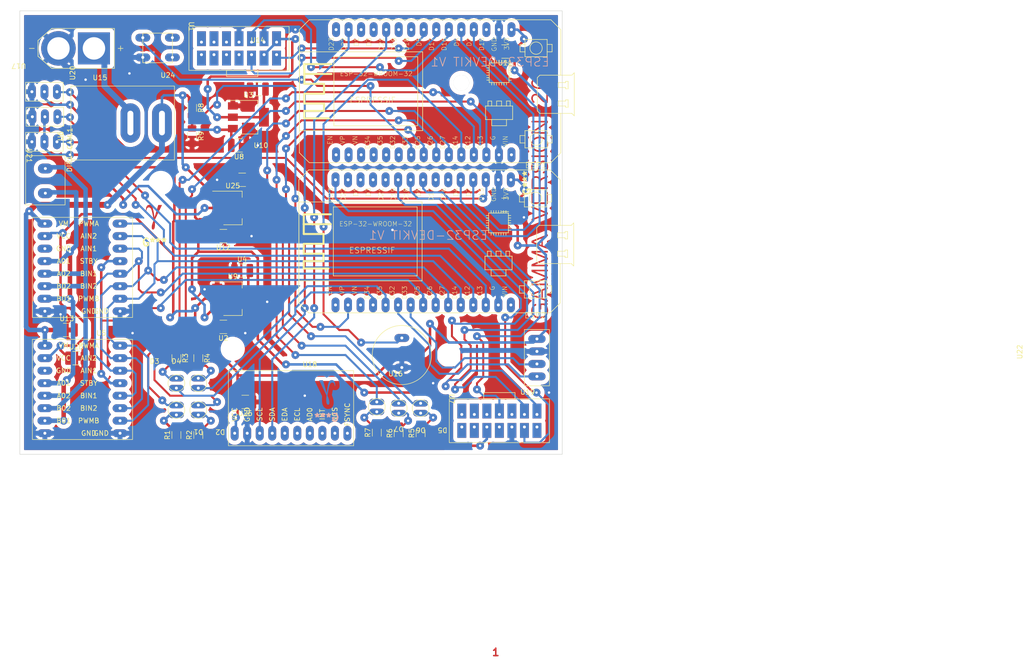
<source format=kicad_pcb>
(kicad_pcb (version 20211014) (generator pcbnew)
  (layers (0 "F.Cu" signal) (31 "B.Cu" signal) (34 "B.Paste" user) (35 "F.Paste" user) (36 "B.SilkS" user "B.Silkscreen") (37 "F.SilkS" user "F.Silkscreen") (38 "B.Mask" user) (39 "F.Mask" user) (44 "Edge.Cuts" user))
  (net 0 "")
  (net 1 "+5V")
  (net 2 "GND")
  (net 3 "Net-(CAM.1-Pad3)")
  (net 4 "Net-(D1-Pad1)")
  (net 5 "Net-(D1-Pad2)")
  (net 6 "Net-(D2-Pad1)")
  (net 7 "Net-(D2-Pad2)")
  (net 8 "Net-(D3-Pad1)")
  (net 9 "Net-(D3-Pad2)")
  (net 10 "Net-(D4-Pad1)")
  (net 11 "Net-(D4-Pad2)")
  (net 12 "Net-(D5-Pad1)")
  (net 13 "Net-(D5-Pad2)")
  (net 14 "Net-(D6-Pad1)")
  (net 15 "Net-(D6-Pad2)")
  (net 16 "Net-(D7-Pad1)")
  (net 17 "Net-(D7-Pad2)")
  (net 18 "Net-(DIR1-Pad3)")
  (net 19 "+3.3V")
  (net 21 "Net-(ESP1-Pad4)")
  (net 22 "Net-(ESP1-Pad5)")
  (net 23 "Net-(ESP1-Pad6)")
  (net 24 "Net-(ESP1-Pad7)")
  (net 25 "Net-(ESP1-Pad8)")
  (net 28 "Net-(ESP1-Pad11)")
  (net 31 "Net-(ESP1-Pad14)")
  (net 39 "Net-(ESP1-Pad22)")
  (net 40 "Net-(ESP1-Pad26)")
  (net 42 "Net-(ESP2-Pad3)")
  (net 45 "Net-(ESP2-Pad8)")
  (net 46 "Net-(ESP2-Pad9)")
  (net 47 "Net-(ESP2-Pad10)")
  (net 52 "Net-(ESP2-Pad15)")
  (net 54 "Net-(ESP2-Pad17)")
  (net 56 "Net-(ESP2-Pad21)")
  (net 57 "Net-(ESP2-Pad22)")
  (net 58 "Net-(ESP2-Pad23)")
  (net 59 "Net-(ESP2-Pad24)")
  (net 60 "Net-(ESP2-Pad25)")
  (net 61 "Net-(ESP2-Pad26)")
  (net 63 "+7.5V")
  (net 65 "Net-(U21-Pad2)")
  (net 66 "Net-(U21-Pad1)")
  (net 74 "Net-(U15-PadP)")
  (net 75 "Net-(U1-Pad4)")
  (footprint "Resistor_SMD:R_1206_3216Metric_Pad1.30x1.75mm_HandSolder" (layer "F.Cu") (at 168.275 138.43 90)
    (fp_text reference "R6")
    (fp_text value "R_US")
  )
  (footprint "Resistor_SMD:R_1206_3216Metric_Pad1.30x1.75mm_HandSolder" (layer "F.Cu") (at 127.635 123.19 -90)
    (fp_text reference "R4")
    (fp_text value "R_US")
  )
  (footprint "Otros:Camara" (layer "F.Cu") (at 178.53 131.445 -90)
    (fp_text reference "U7")
    (fp_text value "Camara")
  )
  (footprint "Otros:Pulsador" (layer "F.Cu") (at 116.38 63.23)
    (fp_text reference "U24")
    (fp_text value "Pulsador")
  )
  (footprint "" (layer "F.Cu") (at 120.015 87.63)
    (fp_text reference "")
    (fp_text value "")
  )
  (footprint "Capacitor_SMD:C_1210_3225Metric_Pad1.33x2.70mm_HandSolder" (layer "F.Cu") (at 102.87 123.19)
    (fp_text reference "U23")
    (fp_text value "1210")
  )
  (footprint "Otros:Servo" (layer "F.Cu") (at 100.33 76.105 90)
    (fp_text reference "CAM.1")
    (fp_text value "Servo")
  )
  (footprint "Otros:Motor" (layer "F.Cu") (at 92.615 82.09 -90)
    (fp_text reference "U21")
    (fp_text value "Motor")
  )
  (footprint "Otros:LED" (layer "F.Cu") (at 163.83 133.08 180)
    (fp_text reference "D7")
    (fp_text value "LED")
  )
  (footprint "" (layer "F.Cu") (at 178.435 122.555)
    (fp_text reference "")
    (fp_text value "")
  )
  (footprint "Otros:SOT-223-3_TabPin2" (layer "F.Cu") (at 134.62 111.125)
    (fp_text reference "U9")
    (fp_text value "LM317_SOT-223")
  )
  (footprint "Capacitor_SMD:C_1210_3225Metric_Pad1.33x2.70mm_HandSolder" (layer "F.Cu") (at 132.715 116.84 180)
    (fp_text reference "U2")
    (fp_text value "1210")
  )
  (footprint "Otros:SOT-223-3_TabPin2" (layer "F.Cu") (at 137.795 74.295)
    (fp_text reference "U3")
    (fp_text value "LM317_SOT-223")
  )
  (footprint "TB6612FNG:TB6612FNG" (layer "F.Cu") (at 96.52 138.43)
    (fp_text reference "U5")
    (fp_text value "TB6612FNG")
  )
  (footprint "" (layer "F.Cu") (at 180.975 67.31)
    (fp_text reference "")
    (fp_text value "")
  )
  (footprint "Otros:Lidar" (layer "F.Cu") (at 125.73 55.88 -90)
    (fp_text reference "U1")
    (fp_text value "LIDAR")
  )
  (footprint "MPU-92-65:MPU-92-65" (layer "F.Cu") (at 157.87 138.43 90)
    (fp_text reference "U18")
    (fp_text value "MPU-92-65")
  )
  (footprint "TB6612FNG:TB6612FNG" (layer "F.Cu") (at 96.52 113.665)
    (fp_text reference "U6")
    (fp_text value "TB6612FNG")
  )
  (footprint "Capacitor_SMD:C_1210_3225Metric_Pad1.33x2.70mm_HandSolder" (layer "F.Cu") (at 137.16 132.08 180)
    (fp_text reference "U26")
    (fp_text value "1210")
  )
  (footprint "Capacitor_SMD:C_1210_3225Metric_Pad1.33x2.70mm_HandSolder" (layer "F.Cu") (at 136.53 86.995)
    (fp_text reference "U10")
    (fp_text value "1210")
  )
  (footprint "Otros:SOT-223-3_TabPin2" (layer "F.Cu") (at 134.62 92.71)
    (fp_text reference "U25")
    (fp_text value "LM317_SOT-223")
  )
  (footprint "XT60-M:AMASS_XT60-M" (layer "F.Cu") (at 102.87 60.325 180)
    (fp_text reference "U15")
    (fp_text value "Bateria")
  )
  (footprint "Otros:Encoder" (layer "F.Cu") (at 193.77 128.81)
    (fp_text reference "U19")
    (fp_text value "Encoder")
  )
  (footprint "Otros:Buzzer" (layer "F.Cu") (at 168.91 122.555)
    (fp_text reference "U16")
    (fp_text value "Buzzer")
  )
  (footprint "Otros:LED" (layer "F.Cu") (at 172.72 133.35 180)
    (fp_text reference "D5")
    (fp_text value "LED")
  )
  (footprint "Otros:LED" (layer "F.Cu") (at 123.19 128.27)
    (fp_text reference "D3")
    (fp_text value "LED")
  )
  (footprint "Resistor_SMD:R_1206_3216Metric_Pad1.30x1.75mm_HandSolder" (layer "F.Cu") (at 163.83 138.31 90)
    (fp_text reference "R7")
    (fp_text value "R_US")
  )
  (footprint "Capacitor_SMD:C_1210_3225Metric_Pad1.33x2.70mm_HandSolder" (layer "F.Cu") (at 189.865 92.075 180)
    (fp_text reference "U22")
    (fp_text value "1210")
  )
  (footprint "Capacitor_SMD:C_1210_3225Metric_Pad1.33x2.70mm_HandSolder" (layer "F.Cu") (at 189.865 60.96 180)
    (fp_text reference "U11")
    (fp_text value "1210")
  )
  (footprint "Otros:Tira" (layer "F.Cu") (at 100.235 71.025 90)
    (fp_text reference "U20")
    (fp_text value "Tira_Leds")
  )
  (footprint "Resistor_SMD:R_1206_3216Metric_Pad1.30x1.75mm_HandSolder" (layer "F.Cu") (at 126.365 72.39 -90)
    (fp_text reference "R8")
    (fp_text value "R_US")
  )
  (footprint "ESP32:ESP32-DEVKITV1Si" (layer "F.Cu") (at 191.135 56.515 180)
    (fp_text reference "ESP1")
    (fp_text value "ESP-32")
  )
  (footprint "Otros:LED" (layer "F.Cu") (at 127.635 133.715 180)
    (fp_text reference "D2")
    (fp_text value "LED")
  )
  (footprint "Otros:LED" (layer "F.Cu") (at 127.635 128.27)
    (fp_text reference "D4")
    (fp_text value "LED")
  )
  (footprint "ESP32:ESP32-DEVKITV1Si" (layer "F.Cu") (at 191.02 86.995 180)
    (fp_text reference "ESP2")
    (fp_text value "ESP-32")
  )
  (footprint "Otros:LED" (layer "F.Cu") (at 123.19 133.715 180)
    (fp_text reference "D1")
    (fp_text value "LED")
  )
  (footprint "Librerias:Logo" (layer "F.Cu") (at 118.745 94.615)
    (fp_text reference "G***")
    (fp_text value "LOGO" hide)
  )
  (footprint "Capacitor_SMD:C_1210_3225Metric_Pad1.33x2.70mm_HandSolder" (layer "F.Cu") (at 136.525 105.41)
    (fp_text reference "U4")
    (fp_text value "1210")
  )
  (footprint "Resistor_SMD:R_1206_3216Metric_Pad1.30x1.75mm_HandSolder" (layer "F.Cu") (at 126.365 78.105 -90)
    (fp_text reference "R9")
    (fp_text value "R_US")
  )
  (footprint "Otros:LED" (layer "F.Cu") (at 168.275 133.35 180)
    (fp_text reference "D6")
    (fp_text value "LED")
  )
  (footprint "Librerias:Texto" (layer "F.Cu") (at 196.85 87.63 90)
    (fp_text reference "G***")
    (fp_text value "LOGO" hide)
  )
  (footprint "Capacitor_SMD:C_1210_3225Metric_Pad1.33x2.70mm_HandSolder" (layer "F.Cu") (at 139.7 68.58)
    (fp_text reference "U14")
    (fp_text value "1210")
  )
  (footprint "Capacitor_SMD:C_1210_3225Metric_Pad1.33x2.70mm_HandSolder" (layer "F.Cu") (at 135.89 80.01 180)
    (fp_text reference "U8")
    (fp_text value "1210")
  )
  (footprint "" (layer "F.Cu") (at 134.62 121.285)
    (fp_text reference "")
    (fp_text value "")
  )
  (footprint "Resistor_SMD:R_1206_3216Metric_Pad1.30x1.75mm_HandSolder" (layer "F.Cu") (at 123.19 123.19 -90)
    (fp_text reference "R3")
    (fp_text value "R_US")
  )
  (footprint "Capacitor_SMD:C_1210_3225Metric_Pad1.33x2.70mm_HandSolder" (layer "F.Cu") (at 100.965 117.475)
    (fp_text reference "U13")
    (fp_text value "1210")
  )
  (footprint "Otros:Switch" (layer "F.Cu") (at 122.8 82.97 90)
    (fp_text reference "U17")
    (fp_text value "Switch")
  )
  (footprint "Resistor_SMD:R_1206_3216Metric_Pad1.30x1.75mm_HandSolder" (layer "F.Cu") (at 123.19 138.795 90)
    (fp_text reference "R1")
    (fp_text value "R_US")
  )
  (footprint "Resistor_SMD:R_1206_3216Metric_Pad1.30x1.75mm_HandSolder" (layer "F.Cu") (at 127.635 138.795 90)
    (fp_text reference "R2")
    (fp_text value "R_US")
  )
  (footprint "Capacitor_SMD:C_1210_3225Metric_Pad1.33x2.70mm_HandSolder" (layer "F.Cu") (at 132.715 98.425 180)
    (fp_text reference "U12")
    (fp_text value "1210")
  )
  (footprint "Otros:Servo" (layer "F.Cu") (at 100.235 81.185 90)
    (fp_text reference "DIR1")
    (fp_text value "Servo")
  )
  (footprint "Resistor_SMD:R_1206_3216Metric_Pad1.30x1.75mm_HandSolder" (layer "F.Cu") (at 172.72 138.43 90)
    (fp_text reference "R5")
    (fp_text value "R_US")
  )
  (footprint "Librerias:Logo" (layer "B.Cu") (at 153.67 130.175 180)
    (fp_text reference "G***")
    (fp_text value "LOGO" hide)
  )
  (gr_circle (center 180.975 67.31) (end 182.525 67.31) (layer "Edge.Cuts") (width 0.1) (fill none))
  (gr_rect (start 91.44 52.705) (end 201.44 142.705) (layer "Edge.Cuts") (width 0.1) (fill none))
  (gr_text "1" (at 187.96 182.88) (layer "F.Cu") (effects (font (size 1.5 1.5) (thickness 0.3))))
  (segment (start 103.505 81.915) (end 101.6 81.915) (width 0.508) (layer "F.Cu") (net 1))
  (segment (start 137.77 92.71) (end 137.77 87.3125) (width 0.508) (layer "F.Cu") (net 1))
  (segment (start 112.395 92.075) (end 112.395 90.805) (width 0.508) (layer "F.Cu") (net 1))
  (segment (start 137.77 87.3125) (end 138.0875 86.995) (width 0.508) (layer "F.Cu") (net 1))
  (segment (start 112.395 90.805) (end 103.505 81.915) (width 0.508) (layer "F.Cu") (net 1))
  (segment (start 128.905 92.71) (end 131.47 92.71) (width 0.508) (layer "F.Cu") (net 1))
  (segment (start 137.77 92.71) (end 131.47 92.71) (width 0.508) (layer "F.Cu") (net 1))
  (via (at 101.6 81.915) (size 1.6) (drill 0.5) (layers "F.Cu" "B.Cu") (net 1))
  (via (at 112.395 92.075) (size 1.6) (drill 0.5) (layers "F.Cu" "B.Cu") (net 1))
  (via (at 128.905 92.71) (size 1.6) (drill 0.5) (layers "F.Cu" "B.Cu") (net 1))
  (segment (start 123.19 93.98) (end 127.635 93.98) (width 0.508) (layer "B.Cu") (net 1))
  (segment (start 127.635 93.98) (end 128.905 92.71) (width 0.508) (layer "B.Cu") (net 1))
  (segment (start 101.6 81.915) (end 97.79 81.915) (width 0.508) (layer "B.Cu") (net 1))
  (segment (start 112.395 91.44) (end 115.57 88.265) (width 0.508) (layer "B.Cu") (net 1))
  (segment (start 112.395 92.075) (end 112.395 91.44) (width 0.508) (layer "B.Cu") (net 1))
  (segment (start 96.425 80.55) (end 96.425 79.28) (width 0.508) (layer "B.Cu") (net 1))
  (segment (start 96.425 74.295) (end 96.52 74.2) (width 0.508) (layer "B.Cu") (net 1))
  (segment (start 96.425 79.28) (end 96.425 74.295) (width 0.508) (layer "B.Cu") (net 1))
  (segment (start 97.79 81.915) (end 96.425 80.55) (width 0.508) (layer "B.Cu") (net 1))
  (segment (start 115.57 88.265) (end 117.475 88.265) (width 0.508) (layer "B.Cu") (net 1))
  (segment (start 117.475 88.265) (end 123.19 93.98) (width 0.508) (layer "B.Cu") (net 1))
  (segment (start 134.9625 71.6775) (end 135.28 71.995) (width 0.9144) (layer "F.Cu") (net 2))
  (segment (start 134.86 71.995) (end 135.28 71.995) (width 0.508) (layer "F.Cu") (net 2))
  (via (at 149.225 130.81) (size 1.6) (drill 0.5) (layers "F.Cu" "B.Cu") (net 2))
  (via (at 141.605 111.76) (size 1.6) (drill 0.5) (layers "F.Cu" "B.Cu") (net 2))
  (via (at 128.905 109.22) (size 1.6) (drill 0.5) (layers "F.Cu" "B.Cu") (net 2))
  (via (at 167.005 97.155) (size 1.6) (drill 0.5) (layers "F.Cu" "B.Cu") (net 2))
  (via (at 99.695 114.3) (size 1.6) (drill 0.5) (layers "F.Cu" "B.Cu") (net 2))
  (via (at 147.32 56.515) (size 1.6) (drill 0.5) (layers "F.Cu" "B.Cu") (net 2))
  (via (at 137.16 118.11) (size 1.6) (drill 0.5) (layers "F.Cu" "B.Cu") (net 2))
  (via (at 138.43 98.425) (size 1.6) (drill 0.5) (layers "F.Cu" "B.Cu") (net 2))
  (via (at 131.445 86.995) (size 1.6) (drill 0.5) (layers "F.Cu" "B.Cu") (net 2))
  (via (at 113.665 65.405) (size 1.6) (drill 0.5) (layers "F.Cu" "B.Cu") (net 2))
  (via (at 139.7 80.01) (size 1.6) (drill 0.5) (layers "F.Cu" "B.Cu") (net 2))
  (via (at 193.675 94.615) (size 1.6) (drill 0.5) (layers "F.Cu" "B.Cu") (net 2))
  (via (at 198.755 130.175) (size 1.6) (drill 0.5) (layers "F.Cu" "B.Cu") (net 2))
  (via (at 114.3 118.11) (size 1.6) (drill 0.5) (layers "F.Cu" "B.Cu") (net 2))
  (via (at 175.26 128.27) (size 1.6) (drill 0.5) (layers "F.Cu" "B.Cu") (net 2))
  (via (at 104.775 66.675) (size 1.6) (drill 0.5) (layers "F.Cu" "B.Cu") (net 2))
  (segment (start 103.505 66.675) (end 100.33 63.5) (width 1.2) (layer "B.Cu") (net 2))
  (segment (start 104.775 66.675) (end 103.505 66.675) (width 1.2) (layer "B.Cu") (net 2))
  (segment (start 116.84 90.17) (end 101.6 74.93) (width 0.4064) (layer "F.Cu") (net 3))
  (segment (start 101.6 74.93) (end 101.6 74.295) (width 0.4064) (layer "F.Cu") (net 3))
  (via (at 116.84 90.17) (size 1.6) (drill 0.5) (layers "F.Cu" "B.Cu") (net 3))
  (via (at 101.6 74.295) (size 1.6) (drill 0.5) (layers "F.Cu" "B.Cu") (net 3))
  (segment (start 121.92 99.695) (end 123.19 100.965) (width 0.4064) (layer "B.Cu") (net 3))
  (segment (start 99.06 74.2) (end 101.505 74.2) (width 0.4064) (layer "B.Cu") (net 3))
  (segment (start 121.92 95.885) (end 121.92 99.695) (width 0.4064) (layer "B.Cu") (net 3))
  (segment (start 185.94 108.47) (end 185.94 112.395) (width 0.4064) (layer "B.Cu") (net 3))
  (segment (start 101.505 74.2) (end 101.6 74.295) (width 0.4064) (layer "B.Cu") (net 3))
  (segment (start 116.84 90.17) (end 116.84 90.805) (width 0.4064) (layer "B.Cu") (net 3))
  (segment (start 178.435 100.965) (end 185.94 108.47) (width 0.4064) (layer "B.Cu") (net 3))
  (segment (start 123.19 100.965) (end 178.435 100.965) (width 0.4064) (layer "B.Cu") (net 3))
  (segment (start 116.84 90.805) (end 121.92 95.885) (width 0.4064) (layer "B.Cu") (net 3))
  (segment (start 120.65 135.89) (end 122.005 137.245) (width 0.508) (layer "F.Cu") (net 4))
  (segment (start 122.005 137.245) (end 123.19 137.245) (width 0.508) (layer "F.Cu") (net 4))
  (via (at 120.65 135.89) (size 1.6) (drill 0.5) (layers "F.Cu" "B.Cu") (net 4))
  (segment (start 121.825 134.715) (end 123.19 134.715) (width 0.508) (layer "B.Cu") (net 4))
  (segment (start 120.65 135.89) (end 121.825 134.715) (width 0.508) (layer "B.Cu") (net 4))
  (segment (start 123.825 116.205) (end 117.475 122.555) (width 0.4064) (layer "F.Cu") (net 5))
  (segment (start 124.46 86.995) (end 123.8472 87.6078) (width 0.4064) (layer "F.Cu") (net 5))
  (segment (start 175.26 69.215) (end 146.685 69.215) (width 0.4064) (layer "F.Cu") (net 5))
  (segment (start 123.8472 102.507221) (end 123.825 102.529421) (width 0.4064) (layer "F.Cu") (net 5))
  (segment (start 117.475 128.905) (end 120.3325 131.7625) (width 0.4064) (layer "F.Cu") (net 5))
  (segment (start 123.8472 87.6078) (end 123.8472 102.507221) (width 0.4064) (layer "F.Cu") (net 5))
  (segment (start 146.685 69.215) (end 145.415 70.485) (width 0.4064) (layer "F.Cu") (net 5))
  (segment (start 123.825 102.529421) (end 123.825 116.205) (width 0.4064) (layer "F.Cu") (net 5))
  (segment (start 117.475 122.555) (end 117.475 128.905) (width 0.4064) (layer "F.Cu") (net 5))
  (via (at 145.415 70.485) (size 1.6) (drill 0.5) (layers "F.Cu" "B.Cu") (net 5))
  (via (at 175.26 69.215) (size 1.6) (drill 0.5) (layers "F.Cu" "B.Cu") (net 5))
  (via (at 124.46 86.995) (size 1.6) (drill 0.5) (layers "F.Cu" "B.Cu") (net 5))
  (via (at 120.3325 131.7625) (size 1.6) (drill 0.5) (layers "F.Cu" "B.Cu") (net 5))
  (segment (start 176.53 69.215) (end 183.515 76.2) (width 0.4064) (layer "B.Cu") (net 5))
  (segment (start 124.46 86.995) (end 125.73 86.995) (width 0.4064) (layer "B.Cu") (net 5))
  (segment (start 121.285 132.715) (end 123.19 132.715) (width 0.4064) (layer "B.Cu") (net 5))
  (segment (start 183.515 76.2) (end 183.515 81.915) (width 0.4064) (layer "B.Cu") (net 5))
  (segment (start 120.3325 131.7625) (end 121.285 132.715) (width 0.4064) (layer "B.Cu") (net 5))
  (segment (start 125.73 86.995) (end 142.24 70.485) (width 0.4064) (layer "B.Cu") (net 5))
  (segment (start 175.26 69.215) (end 176.53 69.215) (width 0.4064) (layer "B.Cu") (net 5))
  (segment (start 142.24 70.485) (end 145.415 70.485) (width 0.4064) (layer "B.Cu") (net 5))
  (segment (start 128.82 137.245) (end 127.635 137.245) (width 0.4064) (layer "F.Cu") (net 6))
  (segment (start 130.175 135.89) (end 128.82 137.245) (width 0.4064) (layer "F.Cu") (net 6))
  (via (at 130.175 135.89) (size 1.6) (drill 0.5) (layers "F.Cu" "B.Cu") (net 6))
  (segment (start 127.73 134.62) (end 127.635 134.715) (width 0.4064) (layer "B.Cu") (net 6))
  (segment (start 128.905 134.62) (end 127.73 134.62) (width 0.4064) (layer "B.Cu") (net 6))
  (segment (start 130.175 135.89) (end 128.905 134.62) (width 0.4064) (layer "B.Cu") (net 6))
  (segment (start 118.745 127.635) (end 121.92 130.81) (width 0.4064) (layer "F.Cu") (net 7))
  (segment (start 125.095 116.84) (end 118.745 123.19) (width 0.4064) (layer "F.Cu") (net 7))
  (segment (start 126.365 88.9) (end 126.365 90.17) (width 0.4064) (layer "F.Cu") (net 7))
  (segment (start 147.32 71.12) (end 145.415 73.025) (width 0.4064) (layer "F.Cu") (net 7))
  (segment (start 126.365 90.17) (end 125.095 91.44) (width 0.4064) (layer "F.Cu") (net 7))
  (segment (start 121.92 130.81) (end 130.175 130.81) (width 0.4064) (layer "F.Cu") (net 7))
  (segment (start 125.095 91.44) (end 125.095 116.84) (width 0.4064) (layer "F.Cu") (net 7))
  (segment (start 118.745 123.19) (end 118.745 127.635) (width 0.4064) (layer "F.Cu") (net 7))
  (segment (start 130.175 130.81) (end 131.445 132.08) (width 0.4064) (layer "F.Cu") (net 7))
  (segment (start 182.88 71.12) (end 147.32 71.12) (width 0.4064) (layer "F.Cu") (net 7))
  (via (at 126.365 88.9) (size 1.6) (drill 0.5) (layers "F.Cu" "B.Cu") (net 7))
  (via (at 145.415 73.025) (size 1.6) (drill 0.5) (layers "F.Cu" "B.Cu") (net 7))
  (via (at 182.88 71.12) (size 1.6) (drill 0.5) (layers "F.Cu" "B.Cu") (net 7))
  (via (at 131.445 132.08) (size 1.6) (drill 0.5) (layers "F.Cu" "B.Cu") (net 7))
  (segment (start 142.24 73.025) (end 145.415 73.025) (width 0.4064) (layer "B.Cu") (net 7))
  (segment (start 130.81 132.715) (end 127.635 132.715) (width 0.4064) (layer "B.Cu") (net 7))
  (segment (start 126.365 88.9) (end 142.24 73.025) (width 0.4064) (layer "B.Cu") (net 7))
  (segment (start 182.88 71.12) (end 186.055 74.295) (width 0.4064) (layer "B.Cu") (net 7))
  (segment (start 186.055 74.295) (end 186.055 81.915) (width 0.4064) (layer "B.Cu") (net 7))
  (segment (start 131.445 132.08) (end 130.81 132.715) (width 0.4064) (layer "B.Cu") (net 7))
  (segment (start 120.411875 125.968125) (end 121.64 124.74) (width 0.4064) (layer "F.Cu") (net 8))
  (segment (start 121.64 124.74) (end 123.19 124.74) (width 0.4064) (layer "F.Cu") (net 8))
  (via (at 120.411875 125.968125) (size 1.6) (drill 0.5) (layers "F.Cu" "B.Cu") (net 8))
  (segment (start 121.71375 127.27) (end 123.19 127.27) (width 0.4064) (layer "B.Cu") (net 8))
  (segment (start 120.411875 125.968125) (end 121.71375 127.27) (width 0.4064) (layer "B.Cu") (net 8))
  (segment (start 163.08 111.01) (end 163.08 112.395) (width 0.4064) (layer "B.Cu") (net 9))
  (segment (start 123.19 129.27) (end 124.73 130.81) (width 0.4064) (layer "B.Cu") (net 9))
  (segment (start 147.32 113.03) (end 150.495 109.855) (width 0.4064) (layer "B.Cu") (net 9))
  (segment (start 147.32 114.3) (end 147.32 113.03) (width 0.4064) (layer "B.Cu") (net 9))
  (segment (start 161.925 109.855) (end 163.08 111.01) (width 0.4064) (layer "B.Cu") (net 9))
  (segment (start 150.495 109.855) (end 161.925 109.855) (width 0.4064) (layer "B.Cu") (net 9))
  (segment (start 124.73 130.81) (end 130.81 130.81) (width 0.4064) (layer "B.Cu") (net 9))
  (segment (start 130.81 130.81) (end 147.32 114.3) (width 0.4064) (layer "B.Cu") (net 9))
  (segment (start 129.185 124.74) (end 127.635 124.74) (width 0.4064) (layer "F.Cu") (net 10))
  (segment (start 130.175 125.73) (end 129.185 124.74) (width 0.4064) (layer "F.Cu") (net 10))
  (via (at 130.175 125.73) (size 1.6) (drill 0.5) (layers "F.Cu" "B.Cu") (net 10))
  (segment (start 130.175 126.23) (end 129.135 127.27) (width 0.4064) (layer "B.Cu") (net 10))
  (segment (start 129.135 127.27) (end 127.635 127.27) (width 0.4064) (layer "B.Cu") (net 10))
  (segment (start 130.175 125.73) (end 130.175 126.23) (width 0.4064) (layer "B.Cu") (net 10))
  (segment (start 146.05 112.306523) (end 149.771523 108.585) (width 0.4064) (layer "B.Cu") (net 11))
  (segment (start 130.445 129.27) (end 146.05 113.665) (width 0.4064) (layer "B.Cu") (net 11))
  (segment (start 149.771523 108.585) (end 163.83 108.585) (width 0.4064) (layer "B.Cu") (net 11))
  (segment (start 163.83 108.585) (end 165.62 110.375) (width 0.4064) (layer "B.Cu") (net 11))
  (segment (start 146.05 113.665) (end 146.05 112.306523) (width 0.4064) (layer "B.Cu") (net 11))
  (segment (start 127.635 129.27) (end 130.445 129.27) (width 0.4064) (layer "B.Cu") (net 11))
  (segment (start 165.62 110.375) (end 165.62 112.395) (width 0.4064) (layer "B.Cu") (net 11))
  (segment (start 173.635 136.88) (end 172.72 136.88) (width 0.4064) (layer "F.Cu") (net 12))
  (segment (start 175.26 135.255) (end 173.635 136.88) (width 0.4064) (layer "F.Cu") (net 12))
  (via (at 175.26 135.255) (size 1.6) (drill 0.5) (layers "F.Cu" "B.Cu") (net 12))
  (segment (start 174.355 134.35) (end 172.72 134.35) (width 0.4064) (layer "B.Cu") (net 12))
  (segment (start 175.26 135.255) (end 174.355 134.35) (width 0.4064) (layer "B.Cu") (net 12))
  (segment (start 145.415 88.9) (end 145.415 93.345) (width 0.4064) (layer "F.Cu") (net 13))
  (segment (start 145.415 93.345) (end 146.05 93.98) (width 0.4064) (layer "F.Cu") (net 13))
  (segment (start 170.18 76.835) (end 149.225 76.835) (width 0.4064) (layer "F.Cu") (net 13))
  (segment (start 149.225 76.835) (end 145.415 80.645) (width 0.4064) (layer "F.Cu") (net 13))
  (segment (start 146.05 114.3) (end 150.495 118.745) (width 0.4064) (layer "F.Cu") (net 13))
  (segment (start 146.05 93.98) (end 146.05 114.3) (width 0.4064) (layer "F.Cu") (net 13))
  (via (at 150.495 118.745) (size 1.6) (drill 0.5) (layers "F.Cu" "B.Cu") (net 13))
  (via (at 145.415 88.9) (size 1.6) (drill 0.5) (layers "F.Cu" "B.Cu") (net 13))
  (via (at 145.415 80.645) (size 1.6) (drill 0.5) (layers "F.Cu" "B.Cu") (net 13))
  (via (at 170.18 76.835) (size 1.6) (drill 0.5) (layers "F.Cu" "B.Cu") (net 13))
  (segment (start 145.415 80.645) (end 145.415 88.9) (width 0.4064) (layer "B.Cu") (net 13))
  (segment (start 157.48 118.745) (end 171.085 132.35) (width 0.4064) (layer "B.Cu") (net 13))
  (segment (start 170.18 76.835) (end 173.355 80.01) (width 0.4064) (layer "B.Cu") (net 13))
  (segment (start 150.495 118.745) (end 157.48 118.745) (width 0.4064) (layer "B.Cu") (net 13))
  (segment (start 171.085 132.35) (end 172.72 132.35) (width 0.4064) (layer "B.Cu") (net 13))
  (segment (start 173.355 80.01) (end 173.355 81.915) (width 0.4064) (layer "B.Cu") (net 13))
  (segment (start 169.19 136.88) (end 170.18 135.89) (width 0.4064) (layer "F.Cu") (net 14))
  (segment (start 168.275 136.88) (end 169.19 136.88) (width 0.4064) (layer "F.Cu") (net 14))
  (via (at 170.18 135.89) (size 1.6) (drill 0.5) (layers "F.Cu" "B.Cu") (net 14))
  (segment (start 170.18 134.62) (end 169.91 134.35) (width 0.4064) (layer "B.Cu") (net 14))
  (segment (start 169.91 134.35) (end 168.275 134.35) (width 0.4064) (layer "B.Cu") (net 14))
  (segment (start 170.18 135.89) (end 170.18 134.62) (width 0.4064) (layer "B.Cu") (net 14))
  (segment (start 144.78 116.84) (end 148.59 120.65) (width 0.4064) (layer "F.Cu") (net 15))
  (segment (start 148.59 74.93) (end 145.415 78.105) (width 0.4064) (layer "F.Cu") (net 15))
  (segment (start 143.51 86.995) (end 143.51 93.776582) (width 0.4064) (layer "F.Cu") (net 15))
  (segment (start 144.78 95.046582) (end 144.78 116.84) (width 0.4064) (layer "F.Cu") (net 15))
  (segment (start 168.275 74.93) (end 148.59 74.93) (width 0.4064) (layer "F.Cu") (net 15))
  (segment (start 143.51 93.776582) (end 144.78 95.046582) (width 0.4064) (layer "F.Cu") (net 15))
  (via (at 143.51 86.995) (size 1.6) (drill 0.5) (layers "F.Cu" "B.Cu") (net 15))
  (via (at 148.59 120.65) (size 1.6) (drill 0.5) (layers "F.Cu" "B.Cu") (net 15))
  (via (at 145.415 78.105) (size 1.6) (drill 0.5) (layers "F.Cu" "B.Cu") (net 15))
  (via (at 168.275 74.93) (size 1.6) (drill 0.5) (layers "F.Cu" "B.Cu") (net 15))
  (segment (start 168.275 74.93) (end 171.45 74.93) (width 0.4064) (layer "B.Cu") (net 15))
  (segment (start 143.51 86.995) (end 143.51 80.01) (width 0.4064) (layer "B.Cu") (net 15))
  (segment (start 168.275 131.445) (end 168.275 132.35) (width 0.4064) (layer "B.Cu") (net 15))
  (segment (start 175.895 79.375) (end 175.895 81.915) (width 0.4064) (layer "B.Cu") (net 15))
  (segment (start 148.59 120.65) (end 157.48 120.65) (width 0.4064) (layer "B.Cu") (net 15))
  (segment (start 157.48 120.65) (end 168.275 131.445) (width 0.4064) (layer "B.Cu") (net 15))
  (segment (start 171.45 74.93) (end 175.895 79.375) (width 0.4064) (layer "B.Cu") (net 15))
  (segment (start 143.51 80.01) (end 145.415 78.105) (width 0.4064) (layer "B.Cu") (net 15))
  (segment (start 162.795 136.76) (end 163.83 136.76) (width 0.4064) (layer "F.Cu") (net 16))
  (segment (start 161.29 135.255) (end 162.795 136.76) (width 0.4064) (layer "F.Cu") (net 16))
  (via (at 161.29 135.255) (size 1.6) (drill 0.5) (layers "F.Cu" "B.Cu") (net 16))
  (segment (start 161.29 135.255) (end 162.465 134.08) (width 0.4064) (layer "B.Cu") (net 16))
  (segment (start 162.465 134.08) (end 163.83 134.08) (width 0.4064) (layer "B.Cu") (net 16))
  (segment (start 141.605 93.776582) (end 143.51 95.681582) (width 0.4064) (layer "F.Cu") (net 17))
  (segment (start 166.37 73.025) (end 147.955 73.025) (width 0.4064) (layer "F.Cu") (net 17))
  (segment (start 143.51 118.745) (end 147.32 122.555) (width 0.4064) (layer "F.Cu") (net 17))
  (segment (start 141.605 85.09) (end 141.605 93.776582) (width 0.4064) (layer "F.Cu") (net 17))
  (segment (start 143.51 95.681582) (end 143.51 118.745) (width 0.4064) (layer "F.Cu") (net 17))
  (segment (start 147.955 73.025) (end 145.415 75.565) (width 0.4064) (layer "F.Cu") (net 17))
  (via (at 147.32 122.555) (size 1.6) (drill 0.5) (layers "F.Cu" "B.Cu") (net 17))
  (via (at 145.415 75.565) (size 1.6) (drill 0.5) (layers "F.Cu" "B.Cu") (net 17))
  (via (at 141.605 85.09) (size 1.6) (drill 0.5) (layers "F.Cu" "B.Cu") (net 17))
  (via (at 166.37 73.025) (size 1.6) (drill 0.5) (layers "F.Cu" "B.Cu") (net 17))
  (segment (start 171.45 73.025) (end 178.435 80.01) (width 0.4064) (layer "B.Cu") (net 17))
  (segment (start 178.435 80.01) (end 178.435 81.915) (width 0.4064) (layer "B.Cu") (net 17))
  (segment (start 147.32 122.555) (end 157.48 122.555) (width 0.4064) (layer "B.Cu") (net 17))
  (segment (start 157.48 122.555) (end 163.83 128.905) (width 0.4064) (layer "B.Cu") (net 17))
  (segment (start 166.37 73.025) (end 171.45 73.025) (width 0.4064) (layer "B.Cu") (net 17))
  (segment (start 141.605 76.835) (end 142.875 75.565) (width 0.4064) (layer "B.Cu") (net 17))
  (segment (start 141.605 85.09) (end 141.605 76.835) (width 0.4064) (layer "B.Cu") (net 17))
  (segment (start 142.875 75.565) (end 145.415 75.565) (width 0.4064) (layer "B.Cu") (net 17))
  (segment (start 163.83 128.905) (end 163.83 132.08) (width 0.4064) (layer "B.Cu") (net 17))
  (segment (start 114.935 90.805) (end 103.505 79.375) (width 0.4064) (layer "F.Cu") (net 18))
  (segment (start 114.935 92.075) (end 114.935 90.805) (width 0.4064) (layer "F.Cu") (net 18))
  (segment (start 103.505 79.375) (end 101.6 79.375) (width 0.4064) (layer "F.Cu") (net 18))
  (via (at 114.935 92.075) (size 1.6) (drill 0.5) (layers "F.Cu" "B.Cu") (net 18))
  (via (at 101.6 79.375) (size 1.6) (drill 0.5) (layers "F.Cu" "B.Cu") (net 18))
  (segment (start 176.6982 102.4032) (end 183.4 109.105) (width 0.4064) (layer "B.Cu") (net 18))
  (segment (start 120.65 100.262948) (end 122.790252 102.4032) (width 0.4064) (layer "B.Cu") (net 18))
  (segment (start 115.57 92.075) (end 120.65 97.155) (width 0.4064) (layer "B.Cu") (net 18))
  (segment (start 101.505 79.28) (end 101.6 79.375) (width 0.4064) (layer "B.Cu") (net 18))
  (segment (start 183.4 109.105) (end 183.4 112.395) (width 0.4064) (layer "B.Cu") (net 18))
  (segment (start 98.965 79.28) (end 101.505 79.28) (width 0.4064) (layer "B.Cu") (net 18))
  (segment (start 120.65 97.155) (end 120.65 100.262948) (width 0.4064) (layer "B.Cu") (net 18))
  (segment (start 114.935 92.075) (end 115.57 92.075) (width 0.4064) (layer "B.Cu") (net 18))
  (segment (start 122.790252 102.4032) (end 176.6982 102.4032) (width 0.4064) (layer "B.Cu") (net 18))
  (segment (start 100.1433 97.79) (end 103.9533 93.98) (width 0.508) (layer "F.Cu") (net 19))
  (segment (start 191.77 61.3025) (end 191.4275 60.96) (width 0.508) (layer "F.Cu") (net 19))
  (segment (start 99.695 120.65) (end 99.695 121.5775) (width 0.508) (layer "F.Cu") (net 19))
  (segment (start 192.405 96.52) (end 191.4275 95.5425) (width 0.508) (layer "F.Cu") (net 19))
  (segment (start 127 113.03) (end 127 117.475) (width 0.508) (layer "F.Cu") (net 19))
  (segment (start 122.784142 85.319142) (end 121.92 84.455) (width 0.508) (layer "F.Cu") (net 19))
  (segment (start 104.775 118.745) (end 104.775 116.205) (width 0.508) (layer "F.Cu") (net 19))
  (segment (start 191.77 64.77) (end 191.77 61.3025) (width 0.508) (layer "F.Cu") (net 19))
  (segment (start 100.6475 113.03) (end 99.695 112.0775) (width 0.508) (layer "F.Cu") (net 19))
  (segment (start 174.625 116.205) (end 174.625 120.65) (width 0.508) (layer "F.Cu") (net 19))
  (segment (start 193.675 58.42) (end 193.675 58.7125) (width 0.4064) (layer "F.Cu") (net 19))
  (segment (start 127 117.475) (end 135.5975 126.0725) (width 0.508) (layer "F.Cu") (net 19))
  (segment (start 193.675 89.8275) (end 191.4275 92.075) (width 0.508) (layer "F.Cu") (net 19))
  (segment (start 121.92 114.935) (end 122.555 114.3) (width 0.508) (layer "F.Cu") (net 19))
  (segment (start 103.9533 93.98) (end 114.3 93.98) (width 0.508) (layer "F.Cu") (net 19))
  (segment (start 174.625 120.65) (end 173.355 121.92) (width 0.508) (layer "F.Cu") (net 19))
  (segment (start 122.555 114.3) (end 122.555 95.522635) (width 0.508) (layer "F.Cu") (net 19))
  (segment (start 122.555 95.522635) (end 122.784142 95.293493) (width 0.508) (layer "F.Cu") (net 19))
  (segment (start 168.43416 121.92) (end 163.64666 126.7075) (width 0.508) (layer "F.Cu") (net 19))
  (segment (start 121.92 84.455) (end 114.3 84.455) (width 0.508) (layer "F.Cu") (net 19))
  (segment (start 122.784142 95.293493) (end 122.784142 85.319142) (width 0.508) (layer "F.Cu") (net 19))
  (segment (start 137.77 111.125) (end 137.77 105.7275) (width 0.508) (layer "F.Cu") (net 19))
  (segment (start 191.4275 95.5425) (end 191.4275 92.075) (width 0.508) (layer "F.Cu") (net 19))
  (segment (start 114.3 93.98) (end 122.555 102.235) (width 0.508) (layer "F.Cu") (net 19))
  (segment (start 102.87 120.65) (end 104.775 118.745) (width 0.508) (layer "F.Cu") (net 19))
  (segment (start 114.3 84.455) (end 101.6 71.755) (width 0.508) (layer "F.Cu") (net 19))
  (segment (start 135.255 135.255) (end 135.5975 134.9125) (width 0.508) (layer "F.Cu") (net 19))
  (segment (start 99.695 121.5775) (end 101.3075 123.19) (width 0.508) (layer "F.Cu") (net 19))
  (segment (start 127 113.03) (end 128.905 111.125) (width 0.508) (layer "F.Cu") (net 19))
  (segment (start 99.695 120.65) (end 102.87 120.65) (width 0.508) (layer "F.Cu") (net 19))
  (segment (start 128.905 111.125) (end 131.47 111.125) (width 0.508) (layer "F.Cu") (net 19))
  (segment (start 99.695 112.0775) (end 99.695 98.2383) (width 0.508) (layer "F.Cu") (net 19))
  (segment (start 137.77 111.125) (end 131.47 111.125) (width 0.508) (layer "F.Cu") (net 19))
  (segment (start 135.5975 126.0725) (end 135.5975 126.7075) (width 0.508) (layer "F.Cu") (net 19))
  (segment (start 163.64666 126.7075) (end 135.5975 126.7075) (width 0.508) (layer "F.Cu") (net 19))
  (segment (start 192.405 100.33) (end 192.405 96.52) (width 0.508) (layer "F.Cu") (net 19))
  (segment (start 104.775 116.205) (end 101.6 113.03) (width 0.508) (layer "F.Cu") (net 19))
  (segment (start 137.77 105.7275) (end 138.0875 105.41) (width 0.508) (layer "F.Cu") (net 19))
  (segment (start 101.6 113.03) (end 100.6475 113.03) (width 0.508) (layer "F.Cu") (net 19))
  (segment (start 173.355 121.92) (end 168.43416 121.92) (width 0.508) (layer "F.Cu") (net 19))
  (segment (start 135.5975 134.9125) (end 135.5975 126.7075) (width 0.508) (layer "F.Cu") (net 19))
  (segment (start 193.675 58.7125) (end 191.4275 60.96) (width 0.508) (layer "F.Cu") (net 19))
  (segment (start 193.675 88.9) (end 193.675 89.8275) (width 0.508) (layer "F.Cu") (net 19))
  (segment (start 99.695 98.2383) (end 100.1433 97.79) (width 0.508) (layer "F.Cu") (net 19))
  (via (at 135.255 135.255) (size 1.6) (drill 0.5) (layers "F.Cu" "B.Cu") (net 19))
  (via (at 100.1433 97.79) (size 1.6) (drill 0.5) (layers "F.Cu" "B.Cu") (net 19))
  (via (at 99.695 120.65) (size 1.6) (drill 0.5) (layers "F.Cu" "B.Cu") (net 19))
  (via (at 193.675 88.9) (size 1.6) (drill 0.5) (layers "F.Cu" "B.Cu") (net 19))
  (via (at 192.405 100.33) (size 1.6) (drill 0.5) (layers "F.Cu" "B.Cu") (net 19))
  (via (at 191.77 64.77) (size 1.6) (drill 0.5) (layers "F.Cu" "B.Cu") (net 19))
  (via (at 101.6 71.755) (size 1.6) (drill 0.5) (layers "F.Cu" "B.Cu") (net 19))
  (via (at 121.92 114.935) (size 1.6) (drill 0.5) (layers "F.Cu" "B.Cu") (net 19))
  (via (at 193.675 58.42) (size 1.6) (drill 0.5) (layers "F.Cu" "B.Cu") (net 19))
  (via (at 127 113.03) (size 1.6) (drill 0.5) (layers "F.Cu" "B.Cu") (net 19))
  (via (at 174.625 116.205) (size 1.6) (drill 0.5) (layers "F.Cu" "B.Cu") (net 19))
  (segment (start 191.135 56.515) (end 192.405 56.515) (width 0.508) (layer "B.Cu") (net 19))
  (segment (start 123.19 113.665) (end 126.365 113.665) (width 0.508) (layer "B.Cu") (net 19))
  (segment (start 198.12 71.12) (end 191.77 64.77) (width 0.508) (layer "B.Cu") (net 19))
  (segment (start 135.255 138.185) (end 135.01 138.43) (width 0.508) (layer "B.Cu") (net 19))
  (segment (start 100.1433 97.79) (end 97.79 97.79) (width 0.508) (layer "B.Cu") (net 19))
  (segment (start 198.12 102.235) (end 198.12 117.475) (width 0.508) (layer "B.Cu") (net 19))
  (segment (start 96.425 69.12) (end 96.425 70.39) (width 0.508) (layer "B.Cu") (net 19))
  (segment (start 97.79 97.79) (end 97.155 98.425) (width 0.508) (layer "B.Cu") (net 19))
  (segment (start 192.405 86.995) (end 191.02 86.995) (width 0.508) (layer "B.Cu") (net 19))
  (segment (start 196.215 100.33) (end 198.12 98.425) (width 0.508) (layer "B.Cu") (net 19))
  (segment (start 178.435 120.015) (end 195.58 120.015) (width 0.508) (layer "B.Cu") (net 19))
  (segment (start 174.625 116.205) (end 178.435 120.015) (width 0.508) (layer "B.Cu") (net 19))
  (segment (start 193.675 88.265) (end 192.405 86.995) (width 0.508) (layer "B.Cu") (net 19))
  (segment (start 193.675 57.785) (end 193.675 58.42) (width 0.508) (layer "B.Cu") (net 19))
  (segment (start 192.405 56.515) (end 193.675 57.785) (width 0.508) (layer "B.Cu") (net 19))
  (segment (start 121.92 114.935) (end 123.19 113.665) (width 0.508) (layer "B.Cu") (net 19))
  (segment (start 135.255 135.255) (end 135.255 138.185) (width 0.508) (layer "B.Cu") (net 19))
  (segment (start 195.58 120.015) (end 196.31 119.285) (width 0.508) (layer "B.Cu") (net 19))
  (segment (start 198.12 98.425) (end 198.12 71.12) (width 0.508) (layer "B.Cu") (net 19))
  (segment (start 96.425 70.39) (end 97.79 71.755) (width 0.508) (layer "B.Cu") (net 19))
  (segment (start 99.695 120.65) (end 97.155 123.19) (width 0.508) (layer "B.Cu") (net 19))
  (segment (start 192.405 100.33) (end 196.215 100.33) (width 0.508) (layer "B.Cu") (net 19))
  (segment (start 198.12 117.475) (end 196.31 119.285) (width 0.508) (layer "B.Cu") (net 19))
  (segment (start 97.79 71.755) (end 101.6 71.755) (width 0.508) (layer "B.Cu") (net 19))
  (segment (start 193.675 88.9) (end 193.675 88.265) (width 0.508) (layer "B.Cu") (net 19))
  (segment (start 126.365 113.665) (end 127 113.03) (width 0.508) (layer "B.Cu") (net 19))
  (segment (start 196.215 100.33) (end 198.12 102.235) (width 0.508) (layer "B.Cu") (net 19))
  (segment (start 196.85 73.025) (end 196.85 95.885) (width 0.4064) (layer "B.Cu") (net 21))
  (segment (start 183.515 59.69) (end 196.85 73.025) (width 0.4064) (layer "B.Cu") (net 21))
  (segment (start 194.31 98.425) (end 187.96 98.425) (width 0.4064) (layer "B.Cu") (net 21))
  (segment (start 187.96 98.425) (end 180.86 91.325) (width 0.4064) (layer "B.Cu") (net 21))
  (segment (start 180.86 91.325) (end 180.86 86.995) (width 0.4064) (layer "B.Cu") (net 21))
  (segment (start 183.515 56.515) (end 183.515 59.69) (width 0.4064) (layer "B.Cu") (net 21))
  (segment (start 196.85 95.885) (end 194.31 98.425) (width 0.4064) (layer "B.Cu") (net 21))
  (segment (start 180.975 59.055) (end 195.58 73.66) (width 0.4064) (layer "B.Cu") (net 22))
  (segment (start 180.975 56.515) (end 180.975 59.055) (width 0.4064) (layer "B.Cu") (net 22))
  (segment (start 183.4 91.96) (end 183.4 86.995) (width 0.4064) (layer "B.Cu") (net 22))
  (segment (start 193.675 97.155) (end 188.595 97.155) (width 0.4064) (layer "B.Cu") (net 22))
  (segment (start 188.595 97.155) (end 183.4 91.96) (width 0.4064) (layer "B.Cu") (net 22))
  (segment (start 195.58 95.25) (end 193.675 97.155) (width 0.4064) (layer "B.Cu") (net 22))
  (segment (start 195.58 73.66) (end 195.58 95.25) (width 0.4064) (layer "B.Cu") (net 22))
  (segment (start 164.465 64.135) (end 150.495 64.135) (width 0.4064) (layer "F.Cu") (net 23))
  (via (at 164.465 64.135) (size 1.6) (drill 0.5) (layers "F.Cu" "B.Cu") (net 23))
  (via (at 150.495 64.135) (size 1.6) (drill 0.5) (layers "F.Cu" "B.Cu") (net 23))
  (segment (start 140.97 54.61) (end 138.43 57.15) (width 0.4064) (layer "B.Cu") (net 23))
  (segment (start 171.45 64.77) (end 178.435 57.785) (width 0.4064) (layer "B.Cu") (net 23))
  (segment (start 150.495 64.135) (end 150.495 56.515) (width 0.4064) (layer "B.Cu") (net 23))
  (segment (start 148.59 54.61) (end 140.97 54.61) (width 0.4064) (layer "B.Cu") (net 23))
  (segment (start 150.495 56.515) (end 148.59 54.61) (width 0.4064) (layer "B.Cu") (net 23))
  (segment (start 164.465 64.135) (end 165.1 64.77) (width 0.4064) (layer "B.Cu") (net 23))
  (segment (start 178.435 57.785) (end 178.435 56.515) (width 0.4064) (layer "B.Cu") (net 23))
  (segment (start 165.1 64.77) (end 171.45 64.77) (width 0.4064) (layer "B.Cu") (net 23))
  (segment (start 138.43 57.15) (end 138.43 58.42) (width 0.4064) (layer "B.Cu") (net 23))
  (segment (start 167.64 62.23) (end 168.275 62.865) (width 0.4064) (layer "F.Cu") (net 24))
  (segment (start 148.59 62.23) (end 167.64 62.23) (width 0.4064) (layer "F.Cu") (net 24))
  (via (at 168.275 62.865) (size 1.6) (drill 0.5) (layers "F.Cu" "B.Cu") (net 24))
  (via (at 148.59 62.23) (size 1.6) (drill 0.5) (layers "F.Cu" "B.Cu") (net 24))
  (segment (start 175.895 57.785) (end 175.895 56.515) (width 0.4064) (layer "B.Cu") (net 24))
  (segment (start 168.275 62.865) (end 170.815 62.865) (width 0.4064) (layer "B.Cu") (net 24))
  (segment (start 138.43 64.77) (end 138.43 62.23) (width 0.4064) (layer "B.Cu") (net 24))
  (segment (start 170.815 62.865) (end 175.895 57.785) (width 0.4064) (layer "B.Cu") (net 24))
  (segment (start 148.59 62.23) (end 148.59 63.5) (width 0.4064) (layer "B.Cu") (net 24))
  (segment (start 148.59 63.5) (end 146.685 65.405) (width 0.4064) (layer "B.Cu") (net 24))
  (segment (start 146.685 65.405) (end 139.065 65.405) (width 0.4064) (layer "B.Cu") (net 24))
  (segment (start 139.065 65.405) (end 138.43 64.77) (width 0.4064) (layer "B.Cu") (net 24))
  (segment (start 148.59 60.325) (end 168.275 60.325) (width 0.4064) (layer "F.Cu") (net 25))
  (via (at 148.59 60.325) (size 1.6) (drill 0.5) (layers "F.Cu" "B.Cu") (net 25))
  (via (at 168.275 60.325) (size 1.6) (drill 0.5) (layers "F.Cu" "B.Cu") (net 25))
  (segment (start 173.355 57.785) (end 173.355 56.515) (width 0.4064) (layer "B.Cu") (net 25))
  (segment (start 143.51 62.23) (end 146.685 62.23) (width 0.4064) (layer "B.Cu") (net 25))
  (segment (start 168.275 60.325) (end 170.815 60.325) (width 0.4064) (layer "B.Cu") (net 25))
  (segment (start 170.815 60.325) (end 173.355 57.785) (width 0.4064) (layer "B.Cu") (net 25))
  (segment (start 146.685 62.23) (end 148.59 60.325) (width 0.4064) (layer "B.Cu") (net 25))
  (segment (start 151.13 94.615) (end 151.13 113.03) (width 0.4064) (layer "F.Cu") (net 28))
  (via (at 151.13 113.03) (size 1.6) (drill 0.5) (layers "F.Cu" "B.Cu") (net 28))
  (via (at 151.13 94.615) (size 1.6) (drill 0.5) (layers "F.Cu" "B.Cu") (net 28))
  (segment (start 142.63 123.435) (end 142.63 138.43) (width 0.4064) (layer "B.Cu") (net 28))
  (segment (start 151.13 74.93) (end 165.735 60.325) (width 0.4064) (layer "B.Cu") (net 28))
  (segment (start 151.13 94.615) (end 151.13 74.93) (width 0.4064) (layer "B.Cu") (net 28))
  (segment (start 151.13 114.935) (end 142.63 123.435) (width 0.4064) (layer "B.Cu") (net 28))
  (segment (start 165.735 60.325) (end 165.735 56.515) (width 0.4064) (layer "B.Cu") (net 28))
  (segment (start 151.13 113.03) (end 151.13 114.935) (width 0.4064) (layer "B.Cu") (net 28))
  (segment (start 149.225 113.03) (end 149.225 92.71) (width 0.4064) (layer "F.Cu") (net 31))
  (via (at 149.225 113.03) (size 1.6) (drill 0.5) (layers "F.Cu" "B.Cu") (net 31))
  (via (at 149.225 92.71) (size 1.6) (drill 0.5) (layers "F.Cu" "B.Cu") (net 31))
  (segment (start 149.225 114.3) (end 140.09 123.435) (width 0.4064) (layer "B.Cu") (net 31))
  (segment (start 158.115 60.325) (end 158.115 56.515) (width 0.4064) (layer "B.Cu") (net 31))
  (segment (start 149.225 113.03) (end 149.225 114.3) (width 0.4064) (layer "B.Cu") (net 31))
  (segment (start 149.225 69.215) (end 158.115 60.325) (width 0.4064) (layer "B.Cu") (net 31))
  (segment (start 140.09 123.435) (end 140.09 138.43) (width 0.4064) (layer "B.Cu") (net 31))
  (segment (start 149.225 92.71) (end 149.225 69.215) (width 0.4064) (layer "B.Cu") (net 31))
  (segment (start 150.495 66.675) (end 151.765 67.945) (width 0.4064) (layer "F.Cu") (net 39))
  (segment (start 151.765 67.945) (end 162.56 67.945) (width 0.4064) (layer "F.Cu") (net 39))
  (segment (start 148.59 66.675) (end 150.495 66.675) (width 0.4064) (layer "F.Cu") (net 39))
  (via (at 162.56 67.945) (size 1.6) (drill 0.5) (layers "F.Cu" "B.Cu") (net 39))
  (via (at 148.59 66.675) (size 1.6) (drill 0.5) (layers "F.Cu" "B.Cu") (net 39))
  (segment (start 162.56 67.945) (end 162.56 71.755) (width 0.4064) (layer "B.Cu") (net 39))
  (segment (start 123.897 66.675) (end 116.38 59.158) (width 0.4064) (layer "B.Cu") (net 39))
  (segment (start 162.56 71.755) (end 170.815 80.01) (width 0.4064) (layer "B.Cu") (net 39))
  (segment (start 148.59 66.675) (end 123.897 66.675) (width 0.4064) (layer "B.Cu") (net 39))
  (segment (start 116.38 59.158) (end 116.38 58.15) (width 0.4064) (layer "B.Cu") (net 39))
  (segment (start 170.815 80.01) (end 170.815 81.915) (width 0.4064) (layer "B.Cu") (net 39))
  (segment (start 153.035 114.3) (end 156.21 117.475) (width 0.4064) (layer "F.Cu") (net 40))
  (segment (start 153.035 96.52) (end 153.035 114.3) (width 0.4064) (layer "F.Cu") (net 40))
  (segment (start 158.115 117.475) (end 160.655 120.015) (width 0.4064) (layer "F.Cu") (net 40))
  (segment (start 156.21 117.475) (end 158.115 117.475) (width 0.4064) (layer "F.Cu") (net 40))
  (via (at 160.655 120.015) (size 1.6) (drill 0.5) (layers "F.Cu" "B.Cu") (net 40))
  (via (at 153.035 96.52) (size 1.6) (drill 0.5) (layers "F.Cu" "B.Cu") (net 40))
  (segment (start 153.035 96.52) (end 153.035 75.699103) (width 0.4064) (layer "B.Cu") (net 40))
  (segment (start 180.975 77.47) (end 180.975 81.915) (width 0.4064) (layer "B.Cu") (net 40))
  (segment (start 170.18 66.675) (end 180.975 77.47) (width 0.4064) (layer "B.Cu") (net 40))
  (segment (start 167.99 120.015) (end 168.91 119.095) (width 0.4064) (layer "B.Cu") (net 40))
  (segment (start 160.655 120.015) (end 167.99 120.015) (width 0.4064) (layer "B.Cu") (net 40))
  (segment (start 162.059103 66.675) (end 170.18 66.675) (width 0.4064) (layer "B.Cu") (net 40))
  (segment (start 153.035 75.699103) (end 162.059103 66.675) (width 0.4064) (layer "B.Cu") (net 40))
  (segment (start 114.935 82.55) (end 145.415 82.55) (width 0.4064) (layer "F.Cu") (net 42))
  (segment (start 145.415 82.55) (end 153.67 90.805) (width 0.4064) (layer "F.Cu") (net 42))
  (segment (start 101.6 69.215) (end 114.935 82.55) (width 0.4064) (layer "F.Cu") (net 42))
  (segment (start 153.67 90.805) (end 185.42 90.805) (width 0.4064) (layer "F.Cu") (net 42))
  (via (at 101.6 69.215) (size 1.6) (drill 0.5) (layers "F.Cu" "B.Cu") (net 42))
  (via (at 185.42 90.805) (size 1.6) (drill 0.5) (layers "F.Cu" "B.Cu") (net 42))
  (segment (start 185.42 90.805) (end 186.055 90.17) (width 0.4064) (layer "B.Cu") (net 42))
  (segment (start 186.055 87.11) (end 185.94 86.995) (width 0.4064) (layer "B.Cu") (net 42))
  (segment (start 101.6 69.215) (end 99.06 69.215) (width 0.4064) (layer "B.Cu") (net 42))
  (segment (start 99.06 69.215) (end 98.965 69.12) (width 0.4064) (layer "B.Cu") (net 42))
  (segment (start 186.055 90.17) (end 186.055 87.11) (width 0.4064) (layer "B.Cu") (net 42))
  (segment (start 184.15 129.54) (end 184.15 128.27) (width 0.4064) (layer "F.Cu") (net 45))
  (segment (start 184.15 128.27) (end 185.42 127) (width 0.4064) (layer "F.Cu") (net 45))
  (segment (start 185.42 127) (end 185.42 120.015) (width 0.4064) (layer "F.Cu") (net 45))
  (segment (start 185.42 120.015) (end 184.15 118.745) (width 0.4064) (layer "F.Cu") (net 45))
  (via (at 184.15 129.54) (size 1.6) (drill 0.5) (layers "F.Cu" "B.Cu") (net 45))
  (via (at 184.15 118.745) (size 1.6) (drill 0.5) (layers "F.Cu" "B.Cu") (net 45))
  (segment (start 173.99 89.535) (end 173.24 88.785) (width 0.4064) (layer "B.Cu") (net 45))
  (segment (start 173.24 88.785) (end 173.24 86.995) (width 0.4064) (layer "B.Cu") (net 45))
  (segment (start 196.85 109.22) (end 177.165 89.535) (width 0.4064) (layer "B.Cu") (net 45))
  (segment (start 184.15 118.745) (end 193.04 118.745) (width 0.4064) (layer "B.Cu") (net 45))
  (segment (start 188.69 131.54) (end 188.69 133.985) (width 0.4064) (layer "B.Cu") (net 45))
  (segment (start 185.42 130.81) (end 187.96 130.81) (width 0.4064) (layer "B.Cu") (net 45))
  (segment (start 177.165 89.535) (end 173.99 89.535) (width 0.4064) (layer "B.Cu") (net 45))
  (segment (start 187.96 130.81) (end 188.69 131.54) (width 0.4064) (layer "B.Cu") (net 45))
  (segment (start 196.85 114.935) (end 196.85 109.22) (width 0.4064) (layer "B.Cu") (net 45))
  (segment (start 193.04 118.745) (end 196.85 114.935) (width 0.4064) (layer "B.Cu") (net 45))
  (segment (start 184.15 129.54) (end 185.42 130.81) (width 0.4064) (layer "B.Cu") (net 45))
  (segment (start 182.88 125.313012) (end 182.88 120.65) (width 0.4064) (layer "F.Cu") (net 46))
  (segment (start 179.705 128.488012) (end 182.88 125.313012) (width 0.4064) (layer "F.Cu") (net 46))
  (segment (start 182.88 120.65) (end 181.61 119.38) (width 0.4064) (layer "F.Cu") (net 46))
  (segment (start 179.705 129.54) (end 179.705 128.488012) (width 0.4064) (layer "F.Cu") (net 46))
  (segment (start 181.61 119.38) (end 181.61 117.475) (width 0.4064) (layer "F.Cu") (net 46))
  (via (at 179.705 129.54) (size 1.6) (drill 0.5) (layers "F.Cu" "B.Cu") (net 46))
  (via (at 181.61 117.475) (size 1.6) (drill 0.5) (layers "F.Cu" "B.Cu") (net 46))
  (segment (start 179.705 129.54) (end 180.1232 129.1218) (width 0.4064) (layer "B.Cu") (net 46))
  (segment (start 176.53 90.805) (end 172.2 90.805) (width 0.4064) (layer "B.Cu") (net 46))
  (segment (start 192.405 117.475) (end 195.58 114.3) (width 0.4064) (layer "B.Cu") (net 46))
  (segment (start 183.718418 127) (end 187.96 127) (width 0.4064) (layer "B.Cu") (net 46))
  (segment (start 187.96 127) (end 193.77 132.81) (width 0.4064) (layer "B.Cu") (net 46))
  (segment (start 193.77 132.81) (end 193.77 133.985) (width 0.4064) (layer "B.Cu") (net 46))
  (segment (start 195.58 109.855) (end 176.53 90.805) (width 0.4064) (layer "B.Cu") (net 46))
  (segment (start 172.2 90.805) (end 170.7 89.305) (width 0.4064) (layer "B.Cu") (net 46))
  (segment (start 195.58 114.3) (end 195.58 109.855) (width 0.4064) (layer "B.Cu") (net 46))
  (segment (start 181.61 117.475) (end 192.405 117.475) (width 0.4064) (layer "B.Cu") (net 46))
  (segment (start 181.596618 129.1218) (end 183.718418 127) (width 0.4064) (layer "B.Cu") (net 46))
  (segment (start 180.1232 129.1218) (end 181.596618 129.1218) (width 0.4064) (layer "B.Cu") (net 46))
  (segment (start 170.7 89.305) (end 170.7 86.995) (width 0.4064) (layer "B.Cu") (net 46))
  (segment (start 177.8 128.905) (end 177.8 128.27) (width 0.4064) (layer "F.Cu") (net 47))
  (segment (start 177.8 128.27) (end 180.975 125.095) (width 0.4064) (layer "F.Cu") (net 47))
  (segment (start 180.975 125.095) (end 180.975 120.65) (width 0.4064) (layer "F.Cu") (net 47))
  (segment (start 180.975 120.65) (end 179.07 118.745) (width 0.4064) (layer "F.Cu") (net 47))
  (segment (start 179.07 118.745) (end 179.07 115.57) (width 0.4064) (layer "F.Cu") (net 47))
  (via (at 177.8 128.905) (size 1.6) (drill 0.5) (layers "F.Cu" "B.Cu") (net 47))
  (via (at 179.07 115.57) (size 1.6) (drill 0.5) (layers "F.Cu" "B.Cu") (net 47))
  (segment (start 177.8 128.905) (end 177.8 128.27) (width 0.4064) (layer "B.Cu") (net 47))
  (segment (start 194.31 110.49) (end 175.895 92.075) (width 0.4064) (layer "B.Cu") (net 47))
  (segment (start 194.31 113.665) (end 194.31 110.49) (width 0.4064) (layer "B.Cu") (net 47))
  (segment (start 168.16 90.69) (end 168.16 86.995) (width 0.4064) (layer "B.Cu") (net 47))
  (segment (start 179.07 115.57) (end 179.705 116.205) (width 0.4064) (layer "B.Cu") (net 47))
  (segment (start 191.77 116.205) (end 194.31 113.665) (width 0.4064) (layer "B.Cu") (net 47))
  (segment (start 196.31 132.81) (end 196.31 133.985) (width 0.4064) (layer "B.Cu") (net 47))
  (segment (start 175.895 92.075) (end 169.545 92.075) (width 0.4064) (layer "B.Cu") (net 47))
  (segment (start 189.23 125.73) (end 196.31 132.81) (width 0.4064) (layer "B.Cu") (net 47))
  (segment (start 182.88 125.73) (end 189.23 125.73) (width 0.4064) (layer "B.Cu") (net 47))
  (segment (start 179.705 116.205) (end 191.77 116.205) (width 0.4064) (layer "B.Cu") (net 47))
  (segment (start 169.545 92.075) (end 168.16 90.69) (width 0.4064) (layer "B.Cu") (net 47))
  (segment (start 177.8 128.27) (end 178.435 127.635) (width 0.4064) (layer "B.Cu") (net 47))
  (segment (start 180.975 127.635) (end 182.88 125.73) (width 0.4064) (layer "B.Cu") (net 47))
  (segment (start 178.435 127.635) (end 180.975 127.635) (width 0.4064) (layer "B.Cu") (net 47))
  (segment (start 195.58 130.175) (end 189.865 124.46) (width 0.4064) (layer "F.Cu") (net 52))
  (segment (start 196.215 130.175) (end 195.58 130.175) (width 0.4064) (layer "F.Cu") (net 52))
  (segment (start 189.865 124.46) (end 189.865 114.935) (width 0.4064) (layer "F.Cu") (net 52))
  (via (at 196.215 130.175) (size 1.6) (drill 0.5) (layers "F.Cu" "B.Cu") (net 52))
  (via (at 189.865 114.935) (size 1.6) (drill 0.5) (layers "F.Cu" "B.Cu") (net 52))
  (segment (start 191.135 114.935) (end 189.865 114.935) (width 0.4064) (layer "B.Cu") (net 52))
  (segment (start 198.755 138.43) (end 196.85 140.335) (width 0.4064) (layer "B.Cu") (net 52))
  (segment (start 155.46 86.995) (end 155.46 90.69) (width 0.4064) (layer "B.Cu") (net 52))
  (segment (start 198.755 132.715) (end 198.755 138.43) (width 0.4064) (layer "B.Cu") (net 52))
  (segment (start 196.215 130.175) (end 198.755 132.715) (width 0.4064) (layer "B.Cu") (net 52))
  (segment (start 175.26 93.345) (end 193.04 111.125) (width 0.4064) (layer "B.Cu") (net 52))
  (segment (start 155.46 90.69) (end 158.115 93.345) (width 0.4064) (layer "B.Cu") (net 52))
  (segment (start 196.85 140.335) (end 193.77 140.335) (width 0.4064) (layer "B.Cu") (net 52))
  (segment (start 158.115 93.345) (end 175.26 93.345) (width 0.4064) (layer "B.Cu") (net 52))
  (segment (start 193.77 140.335) (end 193.77 137.795) (width 0.4064) (layer "B.Cu") (net 52))
  (segment (start 193.04 111.125) (end 193.04 113.03) (width 0.4064) (layer "B.Cu") (net 52))
  (segment (start 193.04 113.03) (end 191.135 114.935) (width 0.4064) (layer "B.Cu") (net 52))
  (segment (start 152.4 116.84) (end 150.8125 116.84) (width 0.4064) (layer "F.Cu") (net 54))
  (segment (start 126.365 75.565) (end 126.365 73.94) (width 0.508) (layer "F.Cu") (net 54))
  (segment (start 147.32 113.3475) (end 147.32 90.805) (width 0.4064) (layer "F.Cu") (net 54))
  (segment (start 131.445 71.755) (end 130.81 71.755) (width 0.4064) (layer "F.Cu") (net 54))
  (segment (start 126.365 76.555) (end 126.365 75.565) (width 0.508) (layer "F.Cu") (net 54))
  (segment (start 127 75.565) (end 126.365 75.565) (width 0.4064) (layer "F.Cu") (net 54))
  (segment (start 130.81 71.755) (end 127 75.565) (width 0.4064) (layer "F.Cu") (net 54))
  (segment (start 150.8125 116.84) (end 147.32 113.3475) (width 0.4064) (layer "F.Cu") (net 54))
  (via (at 131.445 71.755) (size 1.6) (drill 0.5) (layers "F.Cu" "B.Cu") (net 54))
  (via (at 152.4 116.84) (size 1.6) (drill 0.5) (layers "F.Cu" "B.Cu") (net 54))
  (via (at 147.32 90.805) (size 1.6) (drill 0.5) (layers "F.Cu" "B.Cu") (net 54))
  (segment (start 132.715 67.945) (end 146.685 67.945) (width 0.4064) (layer "B.Cu") (net 54))
  (segment (start 146.685 67.945) (end 147.32 68.58) (width 0.4064) (layer "B.Cu") (net 54))
  (segment (start 147.32 68.58) (end 147.32 90.805) (width 0.4064) (layer "B.Cu") (net 54))
  (segment (start 152.4 116.84) (end 156.21 116.84) (width 0.4064) (layer "B.Cu") (net 54))
  (segment (start 131.445 69.215) (end 132.715 67.945) (width 0.4064) (layer "B.Cu") (net 54))
  (segment (start 158 115.05) (end 158 112.395) (width 0.4064) (layer "B.Cu") (net 54))
  (segment (start 156.21 116.84) (end 158 115.05) (width 0.4064) (layer "B.Cu") (net 54))
  (segment (start 131.445 71.755) (end 131.445 69.215) (width 0.4064) (layer "B.Cu") (net 54))
  (segment (start 176.53 126.365) (end 174.625 124.46) (width 0.4064) (layer "B.Cu") (net 56))
  (segment (start 174.625 120.65) (end 168.16 114.185) (width 0.4064) (layer "B.Cu") (net 56))
  (segment (start 174.625 124.46) (end 174.625 120.65) (width 0.4064) (layer "B.Cu") (net 56))
  (segment (start 192.945 126.905) (end 190.5 124.46) (width 0.4064) (layer "B.Cu") (net 56))
  (segment (start 190.5 124.46) (end 182.245 124.46) (width 0.4064) (layer "B.Cu") (net 56))
  (segment (start 182.245 124.46) (end 180.34 126.365) (width 0.4064) (layer "B.Cu") (net 56))
  (segment (start 168.16 114.185) (end 168.16 112.395) (width 0.4064) (layer "B.Cu") (net 56))
  (segment (start 196.31 126.905) (end 192.945 126.905) (width 0.4064) (layer "B.Cu") (net 56))
  (segment (start 180.34 126.365) (end 176.53 126.365) (width 0.4064) (layer "B.Cu") (net 56))
  (segment (start 191.4525 123.19) (end 181.61 123.19) (width 0.4064) (layer "B.Cu") (net 57))
  (segment (start 196.31 124.365) (end 196.215 124.46) (width 0.508) (layer "B.Cu") (net 57))
  (segment (start 192.7225 124.46) (end 191.4525 123.19) (width 0.4064) (layer "B.Cu") (net 57))
  (segment (start 170.7 114.8775) (end 170.7 112.395) (width 0.4064) (layer "B.Cu") (net 57))
  (segment (start 177.165 125.095) (end 175.895 123.825) (width 0.4064) (layer "B.Cu") (net 57))
  (segment (start 175.895 123.825) (end 175.895 120.0725) (width 0.4064) (layer "B.Cu") (net 57))
  (segment (start 196.215 124.46) (end 192.7225 124.46) (width 0.4064) (layer "B.Cu") (net 57))
  (segment (start 181.61 123.19) (end 179.705 125.095) (width 0.4064) (layer "B.Cu") (net 57))
  (segment (start 175.895 120.0725) (end 170.7 114.8775) (width 0.4064) (layer "B.Cu") (net 57))
  (segment (start 179.705 125.095) (end 177.165 125.095) (width 0.4064) (layer "B.Cu") (net 57))
  (segment (start 120.015 113.03) (end 118.11 113.03) (width 0.4064) (layer "F.Cu") (net 58))
  (segment (start 107.95 104.775) (end 107.95 114.935) (width 0.508) (layer "F.Cu") (net 58))
  (segment (start 107.95 114.935) (end 107.95 126.365) (width 0.508) (layer "F.Cu") (net 58))
  (segment (start 115.57 115.57) (end 107.95 115.57) (width 0.4064) (layer "F.Cu") (net 58))
  (segment (start 118.11 113.03) (end 115.57 115.57) (width 0.4064) (layer "F.Cu") (net 58))
  (via (at 107.95 126.365) (size 1.6) (drill 0.5) (layers "F.Cu" "B.Cu") (net 58))
  (via (at 120.015 113.03) (size 1.6) (drill 0.5) (layers "F.Cu" "B.Cu") (net 58))
  (via (at 107.95 104.775) (size 1.6) (drill 0.5) (layers "F.Cu" "B.Cu") (net 58))
  (segment (start 112.395 103.505) (end 109.22 103.505) (width 0.508) (layer "B.Cu") (net 58))
  (segment (start 120.015 113.03) (end 120.015 112.395) (width 0.4064) (layer "B.Cu") (net 58))
  (segment (start 109.22 103.505) (end 107.95 104.775) (width 0.508) (layer "B.Cu") (net 58))
  (segment (start 125.095 107.315) (end 170.18 107.315) (width 0.4064) (layer "B.Cu") (net 58))
  (segment (start 173.24 110.375) (end 173.24 112.395) (width 0.508) (layer "B.Cu") (net 58))
  (segment (start 120.015 112.395) (end 125.095 107.315) (width 0.4064) (layer "B.Cu") (net 58))
  (segment (start 112.395 128.27) (end 109.855 128.27) (width 0.508) (layer "B.Cu") (net 58))
  (segment (start 109.855 128.27) (end 107.95 126.365) (width 0.508) (layer "B.Cu") (net 58))
  (segment (start 170.18 107.315) (end 173.24 110.375) (width 0.4064) (layer "B.Cu") (net 58))
  (segment (start 116.205 109.855) (end 120.015 109.855) (width 0.4064) (layer "F.Cu") (net 59))
  (segment (start 115.57 109.22) (end 116.205 109.855) (width 0.4064) (layer "F.Cu") (net 59))
  (segment (start 115.57 103.505) (end 115.57 109.22) (width 0.4064) (layer "F.Cu") (net 59))
  (via (at 120.015 109.855) (size 1.6) (drill 0.5) (layers "F.Cu" "B.Cu") (net 59))
  (via (at 115.57 103.505) (size 1.6) (drill 0.5) (layers "F.Cu" "B.Cu") (net 59))
  (segment (start 114.935 126.365) (end 114.935 130.175) (width 0.4064) (layer "B.Cu") (net 59))
  (segment (start 120.015 109.855) (end 120.65 109.855) (width 0.4064) (layer "B.Cu") (net 59))
  (segment (start 175.78 110.375) (end 175.78 112.395) (width 0.4064) (layer "B.Cu") (net 59))
  (segment (start 116.205 101.6) (end 115.57 100.965) (width 0.4064) (layer "B.Cu") (net 59))
  (segment (start 116.205 102.87) (end 116.205 101.6) (width 0.4064) (layer "B.Cu") (net 59))
  (segment (start 115.57 100.965) (end 112.395 100.965) (width 0.4064) (layer "B.Cu") (net 59))
  (segment (start 120.65 109.855) (end 124.46 106.045) (width 0.4064) (layer "B.Cu") (net 59))
  (segment (start 106.68 122.555) (end 109.855 125.73) (width 0.4064) (layer "B.Cu") (net 59))
  (segment (start 115.57 103.505) (end 116.205 102.87) (width 0.4064) (layer "B.Cu") (net 59))
  (segment (start 171.45 106.045) (end 175.78 110.375) (width 0.4064) (layer "B.Cu") (net 59))
  (segment (start 106.68 108.585) (end 106.68 122.555) (width 0.4064) (layer "B.Cu") (net 59))
  (segment (start 109.22 106.045) (end 106.68 108.585) (width 0.4064) (layer "B.Cu") (net 59))
  (segment (start 109.855 125.73) (end 114.3 125.73) (width 0.4064) (layer "B.Cu") (net 59))
  (segment (start 124.46 106.045) (end 171.45 106.045) (width 0.4064) (layer "B.Cu") (net 59))
  (segment (start 113.03 106.045) (end 109.22 106.045) (width 0.4064) (layer "B.Cu") (net 59))
  (segment (start 114.935 130.175) (end 114.3 130.81) (width 0.4064) (layer "B.Cu") (net 59))
  (segment (start 115.57 103.505) (end 113.03 106.045) (width 0.4064) (layer "B.Cu") (net 59))
  (segment (start 114.3 130.81) (end 112.395 130.81) (width 0.4064) (layer "B.Cu") (net 59))
  (segment (start 114.3 125.73) (end 114.935 126.365) (width 0.4064) (layer "B.Cu") (net 59))
  (segment (start 117.475 105.41) (end 119.38 107.315) (width 0.4064) (layer "F.Cu") (net 60))
  (segment (start 119.38 107.315) (end 120.65 107.315) (width 0.4064) (layer "F.Cu") (net 60))
  (via (at 120.65 107.315) (size 1.6) (drill 0.5) (layers "F.Cu" "B.Cu") (net 60))
  (via (at 117.475 105.41) (size 1.6) (drill 0.5) (layers "F.Cu" "B.Cu") (net 60))
  (segment (start 114.935 123.19) (end 116.205 124.46) (width 0.4064) (layer "B.Cu") (net 60))
  (segment (start 116.205 98.425) (end 112.395 98.425) (width 0.4064) (layer "B.Cu") (net 60))
  (segment (start 114.3 108.585) (end 109.855 108.585) (width 0.4064) (layer "B.Cu") (net 60))
  (segment (start 107.95 110.49) (end 107.95 121.285) (width 0.4064) (layer "B.Cu") (net 60))
  (segment (start 116.205 131.445) (end 114.3 133.35) (width 0.4064) (layer "B.Cu") (net 60))
  (segment (start 109.855 123.19) (end 114.935 123.19) (width 0.4064) (layer "B.Cu") (net 60))
  (segment (start 173.355 104.775) (end 178.32 109.74) (width 0.4064) (layer "B.Cu") (net 60))
  (segment (start 107.95 121.285) (end 109.855 123.19) (width 0.4064) (layer "B.Cu") (net 60))
  (segment (start 178.32 109.74) (end 178.32 112.395) (width 0.4064) (layer "B.Cu") (net 60))
  (segment (start 109.855 108.585) (end 107.95 110.49) (width 0.4064) (layer "B.Cu") (net 60))
  (segment (start 114.3 133.35) (end 112.395 133.35) (width 0.4064) (layer "B.Cu") (net 60))
  (segment (start 117.475 105.41) (end 117.475 99.695) (width 0.4064) (layer "B.Cu") (net 60))
  (segment (start 116.205 124.46) (end 116.205 131.445) (width 0.4064) (layer "B.Cu") (net 60))
  (segment (start 117.475 105.41) (end 114.3 108.585) (width 0.4064) (layer "B.Cu") (net 60))
  (segment (start 117.475 99.695) (end 116.205 98.425) (width 0.4064) (layer "B.Cu") (net 60))
  (segment (start 123.19 104.775) (end 173.355 104.775) (width 0.4064) (layer "B.Cu") (net 60))
  (segment (start 120.65 107.315) (end 123.19 104.775) (width 0.4064) (layer "B.Cu") (net 60))
  (segment (start 111.125 111.125) (end 109.22 113.03) (width 0.4064) (layer "B.Cu") (net 61))
  (segment (start 118.745 104.14) (end 118.745 107.95) (width 0.4064) (layer "B.Cu") (net 61))
  (segment (start 109.22 118.745) (end 111.125 120.65) (width 0.4064) (layer "B.Cu") (net 61))
  (segment (start 118.745 107.95) (end 115.57 111.125) (width 0.4064) (layer "B.Cu") (net 61))
  (segment (start 112.395 95.885) (end 116.205 95.885) (width 0.4064) (layer "B.Cu") (net 61))
  (segment (start 180.86 109.105) (end 180.86 112.395) (width 0.4064) (layer "B.Cu") (net 61))
  (segment (start 119.38 99.06) (end 119.38 103.505) (width 0.4064) (layer "B.Cu") (net 61))
  (segment (start 111.125 120.65) (end 114.935 120.65) (width 0.4064) (layer "B.Cu") (net 61))
  (segment (start 114.3 135.89) (end 112.395 135.89) (width 0.4064) (layer "B.Cu") (net 61))
  (segment (start 116.205 95.885) (end 119.38 99.06) (width 0.4064) (layer "B.Cu") (net 61))
  (segment (start 115.57 111.125) (end 111.125 111.125) (width 0.4064) (layer "B.Cu") (net 61))
  (segment (start 114.935 120.65) (end 117.475 123.19) (width 0.4064) (layer "B.Cu") (net 61))
  (segment (start 119.38 103.505) (end 118.745 104.14) (width 0.4064) (layer "B.Cu") (net 61))
  (segment (start 117.475 132.715) (end 114.3 135.89) (width 0.4064) (layer "B.Cu") (net 61))
  (segment (start 117.475 123.19) (end 117.475 132.715) (width 0.4064) (layer "B.Cu") (net 61))
  (segment (start 119.38 103.505) (end 175.26 103.505) (width 0.4064) (layer "B.Cu") (net 61))
  (segment (start 175.26 103.505) (end 180.86 109.105) (width 0.4064) (layer "B.Cu") (net 61))
  (segment (start 109.22 113.03) (end 109.22 118.745) (width 0.4064) (layer "B.Cu") (net 61))
  (segment (start 144.78 124.46) (end 139.7 119.38) (width 0.508) (layer "F.Cu") (net 63))
  (segment (start 127 94.615) (end 127 91.91625) (width 0.508) (layer "F.Cu") (net 63))
  (segment (start 124.46 69.85) (end 125.375 69.85) (width 0.508) (layer "F.Cu") (net 63))
  (segment (start 127.635 95.25) (end 127 94.615) (width 0.508) (layer "F.Cu") (net 63))
  (segment (start 128.905 114.935) (end 130.415 113.425) (width 0.508) (layer "F.Cu") (net 63))
  (segment (start 173.99 130.175) (end 161.29 130.175) (width 0.508) (layer "F.Cu") (net 63))
  (segment (start 131.445 76.835) (end 134.405 76.835) (width 0.508) (layer "F.Cu") (net 63))
  (segment (start 99.4025 117.475) (end 96.52 117.475) (width 0.9144) (layer "F.Cu") (net 63))
  (segment (start 135.04 76.835) (end 135.28 76.595) (width 0.508) (layer "F.Cu") (net 63))
  (segment (start 178.435 140.97) (end 177.165 139.7) (width 0.508) (layer "F.Cu") (net 63))
  (segment (start 128.905 90.01125) (end 128.905 88.265) (width 0.508) (layer "F.Cu") (net 63))
  (segment (start 177.165 139.7) (end 177.165 133.35) (width 0.508) (layer "F.Cu") (net 63))
  (segment (start 139.7 119.38) (end 139.7 102.87) (width 0.508) (layer "F.Cu") (net 63))
  (segment (start 125.375 69.85) (end 126.365 70.84) (width 0.508) (layer "F.Cu") (net 63))
  (segment (start 93.345 93.345) (end 94.615 92.075) (width 1.2) (layer "F.Cu") (net 63))
  (segment (start 127 91.91625) (end 128.905 90.01125) (width 0.508) (layer "F.Cu") (net 63))
  (segment (start 134.9625 76.9125) (end 135.28 76.595) (width 0.508) (layer "F.Cu") (net 63))
  (segment (start 128.905 88.265) (end 125.095 84.455) (width 0.508) (layer "F.Cu") (net 63))
  (segment (start 177.165 133.35) (end 173.99 130.175) (width 0.508) (layer "F.Cu") (net 63))
  (segment (start 134.3275 76.9125) (end 134.645 76.595) (width 0.508) (layer "F.Cu") (net 63))
  (segment (start 127.635 101.6) (end 127.635 95.25) (width 0.508) (layer "F.Cu") (net 63))
  (segment (start 139.7 102.87) (end 138.43 101.6) (width 0.508) (layer "F.Cu") (net 63))
  (segment (start 138.43 101.6) (end 127.635 101.6) (width 0.508) (layer "F.Cu") (net 63))
  (segment (start 131.1525 113.7425) (end 131.47 113.425) (width 0.508) (layer "F.Cu") (net 63))
  (segment (start 94.615 92.075) (end 109.22 92.075) (width 1.2) (layer "F.Cu") (net 63))
  (segment (start 126.365 109.22) (end 126.365 102.87) (width 0.508) (layer "F.Cu") (net 63))
  (segment (start 130.415 113.425) (end 131.47 113.425) (width 0.508) (layer "F.Cu") (net 63))
  (segment (start 145.415 124.46) (end 144.78 124.46) (width 0.508) (layer "F.Cu") (net 63))
  (segment (start 131.1525 116.84) (end 131.1525 113.7425) (width 0.508) (layer "F.Cu") (net 63))
  (segment (start 134.405 76.835) (end 134.645 76.595) (width 0.508) (layer "F.Cu") (net 63))
  (segment (start 127.635 95.25) (end 127.875 95.01) (width 0.508) (layer "F.Cu") (net 63))
  (segment (start 127.875 95.01) (end 131.47 95.01) (width 0.508) (layer "F.Cu") (net 63))
  (segment (start 131.1525 98.425) (end 131.1525 95.3275) (width 0.508) (layer "F.Cu") (net 63))
  (segment (start 131.1525 95.3275) (end 131.47 95.01) (width 0.508) (layer "F.Cu") (net 63))
  (segment (start 134.3275 80.01) (end 134.3275 76.9125) (width 0.508) (layer "F.Cu") (net 63))
  (segment (start 126.365 102.87) (end 127.635 101.6) (width 0.508) (layer "F.Cu") (net 63))
  (segment (start 184.785 140.97) (end 178.435 140.97) (width 0.508) (layer "F.Cu") (net 63))
  (via (at 131.445 76.835) (size 1.6) (drill 0.5) (layers "F.Cu" "B.Cu") (net 63))
  (via (at 126.365 109.22) (size 1.6) (drill 0.5) (layers "F.Cu" "B.Cu") (net 63))
  (via (at 161.29 130.175) (size 1.6) (drill 0.5) (layers "F.Cu" "B.Cu") (net 63))
  (via (at 125.095 84.455) (size 1.6) (drill 0.5) (layers "F.Cu" "B.Cu") (net 63))
  (via (at 128.905 114.935) (size 1.6) (drill 0.5) (layers "F.Cu" "B.Cu") (net 63))
  (via (at 184.785 140.97) (size 1.6) (drill 0.5) (layers "F.Cu" "B.Cu") (net 63))
  (via (at 145.415 124.46) (size 1.6) (drill 0.5) (layers "F.Cu" "B.Cu") (net 63))
  (via (at 124.46 69.85) (size 1.6) (drill 0.5) (layers "F.Cu" "B.Cu") (net 63))
  (via (at 96.52 117.475) (size 1.6) (drill 0.5) (layers "F.Cu" "B.Cu") (net 63))
  (via (at 93.345 93.345) (size 1.6) (drill 0.5) (layers "F.Cu" "B.Cu") (net 63))
  (via (at 109.22 92.075) (size 1.6) (drill 0.5) (layers "F.Cu" "B.Cu") (net 63))
  (segment (start 124.46 76.835) (end 124.46 83.82) (width 0.508) (layer "B.Cu") (net 63))
  (segment (start 145.415 124.46) (end 155.575 124.46) (width 0.508) (layer "B.Cu") (net 63))
  (segment (start 93.345 93.345) (end 92.71 93.98) (width 0.9144) (layer "B.Cu") (net 63))
  (segment (start 126.365 109.855) (end 128.905 112.395) (width 0.508) (layer "B.Cu") (net 63))
  (segment (start 92.71 93.98) (end 92.71 116.84) (width 0.9144) (layer "B.Cu") (net 63))
  (segment (start 124.46 69.85) (end 124.46 76.835) (width 0.508) (layer "B.Cu") (net 63))
  (segment (start 93.345 117.475) (end 96.52 117.475) (width 0.9144) (layer "B.Cu") (net 63))
  (segment (start 186.15 137.795) (end 186.15 139.605) (width 0.508) (layer "B.Cu") (net 63))
  (segment (start 95.885 95.885) (end 93.345 93.345) (width 0.9144) (layer "B.Cu") (net 63))
  (segment (start 126.365 109.22) (end 126.365 109.855) (width 0.508) (layer "B.Cu") (net 63))
  (segment (start 128.905 112.395) (end 128.905 114.935) (width 0.508) (layer "B.Cu") (net 63))
  (segment (start 120.65 69.85) (end 120.26 70.24) (width 0.508) (layer "B.Cu") (net 63))
  (segment (start 96.52 120.65) (end 96.52 117.475) (width 0.9144) (layer "B.Cu") (net 63))
  (segment (start 124.46 69.85) (end 120.65 69.85) (width 0.508) (layer "B.Cu") (net 63))
  (segment (start 120.26 81.035) (end 109.22 92.075) (width 1.2) (layer "B.Cu") (net 63))
  (segment (start 92.71 116.84) (end 93.345 117.475) (width 0.9144) (layer "B.Cu") (net 63))
  (segment (start 120.26 70.24) (end 120.26 75.47) (width 0.508) (layer "B.Cu") (net 63))
  (segment (start 186.15 139.605) (end 184.785 140.97) (width 0.508) (layer "B.Cu") (net 63))
  (segment (start 124.46 83.82) (end 125.095 84.455) (width 0.508) (layer "B.Cu") (net 63))
  (segment (start 155.575 124.46) (end 161.29 130.175) (width 0.508) (layer "B.Cu") (net 63))
  (segment (start 124.46 76.835) (end 131.445 76.835) (width 0.508) (layer "B.Cu") (net 63))
  (segment (start 120.26 75.47) (end 120.26 81.035) (width 1.2) (layer "B.Cu") (net 63))
  (segment (start 100.33 128.27) (end 100.965 127.635) (width 0.9144) (layer "F.Cu") (net 65))
  (segment (start 101.6 111.125) (end 101.6 101.6) (width 0.9144) (layer "F.Cu") (net 65))
  (segment (start 100.33 135.89) (end 100.33 128.27) (width 0.9144) (layer "F.Cu") (net 65))
  (via (at 100.965 127.635) (size 1.6) (drill 0.5) (layers "F.Cu" "B.Cu") (net 65))
  (via (at 101.6 101.6) (size 1.6) (drill 0.5) (layers "F.Cu" "B.Cu") (net 65))
  (via (at 101.6 111.125) (size 1.6) (drill 0.5) (layers "F.Cu" "B.Cu") (net 65))
  (via (at 100.33 135.89) (size 1.6) (drill 0.5) (layers "F.Cu" "B.Cu") (net 65))
  (segment (start 99.695 103.505) (end 96.52 103.505) (width 0.9144) (layer "B.Cu") (net 65))
  (segment (start 100.33 135.89) (end 96.52 135.89) (width 0.9144) (layer "B.Cu") (net 65))
  (segment (start 100.33 128.27) (end 96.52 128.27) (width 0.9144) (layer "B.Cu") (net 65))
  (segment (start 102.235 111.76) (end 101.6 111.125) (width 0.9144) (layer "B.Cu") (net 65))
  (segment (start 100.965 127.635) (end 100.33 128.27) (width 0.9144) (layer "B.Cu") (net 65))
  (segment (start 102.235 126.365) (end 102.235 111.76) (width 0.9144) (layer "B.Cu") (net 65))
  (segment (start 102.87 100.33) (end 102.87 89.535) (width 0.9144) (layer "B.Cu") (net 65))
  (segment (start 101.6 111.125) (end 96.52 111.125) (width 0.9144) (layer "B.Cu") (net 65))
  (segment (start 101.6 101.6) (end 99.695 103.505) (width 0.9144) (layer "B.Cu") (net 65))
  (segment (start 101.6 101.6) (end 102.87 100.33) (width 0.9144) (layer "B.Cu") (net 65))
  (segment (start 100.965 127.635) (end 102.235 126.365) (width 0.9144) (layer "B.Cu") (net 65))
  (segment (start 102.87 89.535) (end 97.425 89.535) (width 0.9144) (layer "B.Cu") (net 65))
  (segment (start 97.505 84.455) (end 100.33 84.455) (width 0.9144) (layer "B.Cu") (net 66))
  (segment (start 96.52 108.585) (end 104.775 108.585) (width 0.9144) (layer "B.Cu") (net 66))
  (segment (start 104.775 108.585) (end 104.775 127.635) (width 0.9144) (layer "B.Cu") (net 66))
  (segment (start 104.775 88.9) (end 104.775 106.045) (width 0.9144) (layer "B.Cu") (net 66))
  (segment (start 104.775 106.045) (end 96.52 106.045) (width 0.9144) (layer "B.Cu") (net 66))
  (segment (start 101.6 130.81) (end 96.52 130.81) (width 0.9144) (layer "B.Cu") (net 66))
  (segment (start 104.775 106.045) (end 102.87 106.045) (width 0.9144) (layer "B.Cu") (net 66))
  (segment (start 99.06 133.35) (end 101.6 130.81) (width 0.9144) (layer "B.Cu") (net 66))
  (segment (start 102.87 108.585) (end 104.775 108.585) (width 0.9144) (layer "B.Cu") (net 66))
  (segment (start 100.33 84.455) (end 104.775 88.9) (width 0.9144) (layer "B.Cu") (net 66))
  (segment (start 104.775 127.635) (end 101.6 130.81) (width 0.9144) (layer "B.Cu") (net 66))
  (segment (start 104.775 106.045) (end 104.775 108.585) (width 0.9144) (layer "B.Cu") (net 66))
  (segment (start 96.52 133.35) (end 99.06 133.35) (width 0.9144) (layer "B.Cu") (net 66))
  (segment (start 113.86 75.47) (end 113.86 73.22) (width 0.9144) (layer "B.Cu") (net 74))
  (segment (start 108.585 67.945) (end 113.86 73.22) (width 1.2) (layer "B.Cu") (net 74))
  (segment (start 106.47 60.325) (end 108.585 62.44) (width 1.2) (layer "B.Cu") (net 74))
  (segment (start 108.585 62.44) (end 108.585 67.945) (width 1.2) (layer "B.Cu") (net 74))
  (segment (start 146.685 59.055) (end 147.32 58.42) (width 0.508) (layer "F.Cu") (net 75))
  (segment (start 141.2625 68.58) (end 140.945 68.8975) (width 0.508) (layer "F.Cu") (net 75))
  (segment (start 134.645 74.295) (end 131.445 74.295) (width 0.508) (layer "F.Cu") (net 75))
  (segment (start 130.175 66.04) (end 146.027 66.04) (width 0.508) (layer "F.Cu") (net 75))
  (segment (start 146.027 66.04) (end 146.685 65.382) (width 0.508) (layer "F.Cu") (net 75))
  (segment (start 140.945 68.8975) (end 140.945 74.295) (width 0.508) (layer "F.Cu") (net 75))
  (segment (start 140.945 74.295) (end 134.645 74.295) (width 0.508) (layer "F.Cu") (net 75))
  (segment (start 129.54 68.58) (end 129.54 66.675) (width 0.508) (layer "F.Cu") (net 75))
  (segment (start 146.685 65.382) (end 146.685 59.055) (width 0.508) (layer "F.Cu") (net 75))
  (segment (start 129.54 66.675) (end 130.175 66.04) (width 0.508) (layer "F.Cu") (net 75))
  (via (at 129.54 68.58) (size 1.6) (drill 0.5) (layers "F.Cu" "B.Cu") (net 75))
  (via (at 131.445 74.295) (size 1.6) (drill 0.5) (layers "F.Cu" "B.Cu") (net 75))
  (via (at 147.32 58.42) (size 1.6) (drill 0.5) (layers "F.Cu" "B.Cu") (net 75))
  (segment (start 129.54 68.58) (end 129.54 72.39) (width 0.508) (layer "B.Cu") (net 75))
  (segment (start 143.51 59.055) (end 140.97 61.595) (width 0.508) (layer "B.Cu") (net 75))
  (segment (start 143.51 58.42) (end 147.32 58.42) (width 0.508) (layer "B.Cu") (net 75))
  (segment (start 129.54 72.39) (end 131.445 74.295) (width 0.508) (layer "B.Cu") (net 75))
  (segment (start 143.51 58.42) (end 143.51 59.055) (width 0.508) (layer "B.Cu") (net 75))
  (zone (net 0) (net_name "") (layer "F.Cu") (connect_pads (clearance 0)) (min_thickness 0.254)
    (keepout (tracks not_allowed) (vias not_allowed) (pads not_allowed) (copperpour not_allowed) (footprints not_allowed))
    (fill (thermal_gap 0.508) (thermal_bridge_width 0.508))
    (polygon (pts (xy 95.25 76.2) (xy 92.71 76.2) (xy 92.71 72.39) (xy 95.25 72.39)))
  )
  (zone (net 0) (net_name "") (layer "F.Cu") (connect_pads (clearance 0)) (min_thickness 0.254)
    (keepout (tracks not_allowed) (vias not_allowed) (pads not_allowed) (copperpour not_allowed) (footprints not_allowed))
    (fill (thermal_gap 0.508) (thermal_bridge_width 0.508))
    (polygon (pts (xy 114.3 114.935) (xy 109.855 114.935) (xy 109.855 112.395) (xy 114.3 112.395)))
  )
  (zone (net 0) (net_name "") (layer "F.Cu") (connect_pads (clearance 0)) (min_thickness 0.254)
    (keepout (tracks not_allowed) (vias not_allowed) (pads not_allowed) (copperpour not_allowed) (footprints not_allowed))
    (fill (thermal_gap 0.508) (thermal_bridge_width 0.508))
    (polygon (pts (xy 171.45 126.365) (xy 167.005 126.365) (xy 167.005 123.825) (xy 171.45 123.825)))
  )
  (zone (net 0) (net_name "") (layer "F.Cu") (connect_pads (clearance 0)) (min_thickness 0.254)
    (keepout (tracks not_allowed) (vias not_allowed) (pads not_allowed) (copperpour not_allowed) (footprints not_allowed))
    (fill (thermal_gap 0.508) (thermal_bridge_width 0.508))
    (polygon (pts (xy 118.745 63.5) (xy 114.3 63.5) (xy 114.3 60.96) (xy 118.745 60.96)))
  )
  (zone (net 0) (net_name "") (layer "F.Cu") (connect_pads (clearance 0)) (min_thickness 0.254)
    (keepout (tracks not_allowed) (vias not_allowed) (pads not_allowed) (copperpour not_allowed) (footprints not_allowed))
    (fill (thermal_gap 0.508) (thermal_bridge_width 0.508))
    (polygon (pts (xy 193.04 140.335) (xy 189.865 140.335) (xy 189.865 135.255) (xy 193.04 135.255)))
  )
  (zone (net 0) (net_name "") (layer "F.Cu") (connect_pads (clearance 0)) (min_thickness 0.254)
    (keepout (tracks not_allowed) (vias not_allowed) (pads not_allowed) (copperpour not_allowed) (footprints not_allowed))
    (fill (thermal_gap 0.508) (thermal_bridge_width 0.508))
    (polygon (pts (xy 189.865 59.055) (xy 187.325 59.055) (xy 187.325 53.975) (xy 189.865 53.975)))
  )
  (zone (net 0) (net_name "") (layer "F.Cu") (connect_pads (clearance 0)) (min_thickness 0.254)
    (keepout (tracks not_allowed) (vias not_allowed) (pads not_allowed) (copperpour not_allowed) (footprints not_allowed))
    (fill (thermal_gap 0.508) (thermal_bridge_width 0.508))
    (polygon (pts (xy 142.875 60.325) (xy 139.065 60.325) (xy 139.065 56.515) (xy 142.875 56.515)))
  )
  (zone (net 0) (net_name "") (layer "F.Cu") (connect_pads (clearance 0)) (min_thickness 0.254)
    (keepout (tracks not_allowed) (vias not_allowed) (pads not_allowed) (copperpour not_allowed) (footprints not_allowed))
    (fill (thermal_gap 0.508) (thermal_bridge_width 0.508))
    (polygon (pts (xy 114.3 139.7) (xy 109.855 139.7) (xy 109.855 137.16) (xy 114.3 137.16)))
  )
  (zone (net 0) (net_name "") (layer "F.Cu") (connect_pads (clearance 0)) (min_thickness 0.254)
    (keepout (tracks not_allowed) (vias not_allowed) (pads not_allowed) (copperpour not_allowed) (footprints not_allowed))
    (fill (thermal_gap 0.508) (thermal_bridge_width 0.508))
    (polygon (pts (xy 189.865 83.82) (xy 187.325 83.82) (xy 187.325 80.01) (xy 189.865 80.01)))
  )
  (zone (net 0) (net_name "") (layer "F.Cu") (connect_pads (clearance 0)) (min_thickness 0.254)
    (keepout (tracks not_allowed) (vias not_allowed) (pads not_allowed) (copperpour not_allowed) (footprints not_allowed))
    (fill (thermal_gap 0.508) (thermal_bridge_width 0.508))
    (polygon (pts (xy 95.25 71.12) (xy 92.71 71.12) (xy 92.71 67.31) (xy 95.25 67.31)))
  )
  (zone (net 0) (net_name "") (layer "F.Cu") (connect_pads (clearance 0)) (min_thickness 0.254)
    (keepout (tracks not_allowed) (vias not_allowed) (pads not_allowed) (copperpour not_allowed) (footprints not_allowed))
    (fill (thermal_gap 0.508) (thermal_bridge_width 0.508))
    (polygon (pts (xy 102.87 64.77) (xy 95.25 64.77) (xy 95.25 56.515) (xy 102.87 56.515)))
  )
  (zone (net 0) (net_name "") (layer "F.Cu") (connect_pads (clearance 0)) (min_thickness 0.254)
    (keepout (tracks not_allowed) (vias not_allowed) (pads not_allowed) (copperpour not_allowed) (footprints not_allowed))
    (fill (thermal_gap 0.508) (thermal_bridge_width 0.508))
    (polygon (pts (xy 189.865 88.9) (xy 187.325 88.9) (xy 187.325 85.09) (xy 189.865 85.09)))
  )
  (zone (net 0) (net_name "") (layer "F.Cu") (connect_pads (clearance 0)) (min_thickness 0.254)
    (keepout (tracks not_allowed) (vias not_allowed) (pads not_allowed) (copperpour not_allowed) (footprints not_allowed))
    (fill (thermal_gap 0.508) (thermal_bridge_width 0.508))
    (polygon (pts (xy 189.865 114.3) (xy 187.325 114.3) (xy 187.325 110.49) (xy 189.865 110.49)))
  )
  (zone (net 2) (net_name "GND") (layers F&B.Cu) (connect_pads (clearance 0.86)) (min_thickness 0.254) (fill yes (thermal_gap 0.508) (thermal_bridge_width 1))
    (polygon (pts (xy 201.295 142.875) (xy 91.44 142.875) (xy 91.44 52.705) (xy 201.295 52.705)))
  )
  (zone (net 0) (net_name "") (layer "F.Cu") (connect_pads (clearance 0)) (min_thickness 0.254)
    (keepout (tracks not_allowed) (vias not_allowed) (pads not_allowed) (copperpour not_allowed) (footprints not_allowed))
    (fill (thermal_gap 0.508) (thermal_bridge_width 0.508))
    (polygon (pts (xy 98.425 139.7) (xy 93.98 139.7) (xy 93.98 137.16) (xy 98.425 137.16)))
  )
  (zone (net 0) (net_name "") (layer "F.Cu") (connect_pads (clearance 0)) (min_thickness 0.254)
    (keepout (tracks not_allowed) (vias not_allowed) (pads not_allowed) (copperpour not_allowed) (footprints not_allowed))
    (fill (thermal_gap 0.508) (thermal_bridge_width 0.508))
    (polygon (pts (xy 198.755 123.19) (xy 193.675 123.19) (xy 193.675 120.65) (xy 198.755 120.65)))
  )
  (zone (net 0) (net_name "") (layer "F.Cu") (connect_pads (clearance 0)) (min_thickness 0.254)
    (keepout (tracks not_allowed) (vias not_allowed) (pads not_allowed) (copperpour not_allowed) (footprints not_allowed))
    (fill (thermal_gap 0.508) (thermal_bridge_width 0.508))
    (polygon (pts (xy 137.795 60.325) (xy 133.985 60.325) (xy 133.985 56.515) (xy 137.795 56.515)))
  )
  (zone (net 0) (net_name "") (layer "F.Cu") (connect_pads (clearance 0)) (min_thickness 0.254)
    (keepout (tracks not_allowed) (vias not_allowed) (pads not_allowed) (copperpour not_allowed) (footprints not_allowed))
    (fill (thermal_gap 0.508) (thermal_bridge_width 0.508))
    (polygon (pts (xy 95.25 81.28) (xy 92.71 81.28) (xy 92.71 77.47) (xy 95.25 77.47)))
  )
  (zone (net 0) (net_name "") (layer "F.Cu") (connect_pads (clearance 0)) (min_thickness 0.254)
    (keepout (tracks not_allowed) (vias not_allowed) (pads not_allowed) (copperpour not_allowed) (footprints not_allowed))
    (fill (thermal_gap 0.508) (thermal_bridge_width 0.508))
    (polygon (pts (xy 98.425 114.935) (xy 93.98 114.935) (xy 93.98 112.395) (xy 98.425 112.395)))
  )
  (zone (net 0) (net_name "") (layer "F.Cu") (connect_pads (clearance 0)) (min_thickness 0.254)
    (keepout (tracks not_allowed) (vias not_allowed) (pads not_allowed) (copperpour not_allowed) (footprints not_allowed))
    (fill (thermal_gap 0.508) (thermal_bridge_width 0.508))
    (polygon (pts (xy 138.43 140.335) (xy 136.525 140.335) (xy 136.525 136.525) (xy 138.43 136.525)))
  )
)
</source>
